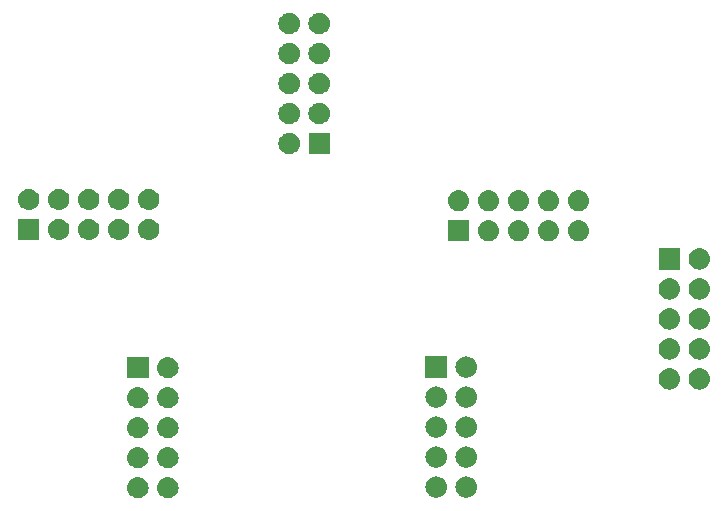
<source format=gbr>
G04 #@! TF.GenerationSoftware,KiCad,Pcbnew,5.0.2-bee76a0~70~ubuntu18.10.1*
G04 #@! TF.CreationDate,2019-05-27T17:13:18+10:00*
G04 #@! TF.ProjectId,mult,6d756c74-2e6b-4696-9361-645f70636258,rev?*
G04 #@! TF.SameCoordinates,Original*
G04 #@! TF.FileFunction,Soldermask,Top*
G04 #@! TF.FilePolarity,Negative*
%FSLAX46Y46*%
G04 Gerber Fmt 4.6, Leading zero omitted, Abs format (unit mm)*
G04 Created by KiCad (PCBNEW 5.0.2-bee76a0~70~ubuntu18.10.1) date Mon 27 May 2019 17:13:18 AEST*
%MOMM*%
%LPD*%
G01*
G04 APERTURE LIST*
%ADD10C,0.100000*%
G04 APERTURE END LIST*
D10*
G36*
X51600443Y-77365519D02*
X51666627Y-77372037D01*
X51779853Y-77406384D01*
X51836467Y-77423557D01*
X51975087Y-77497652D01*
X51992991Y-77507222D01*
X52028729Y-77536552D01*
X52130186Y-77619814D01*
X52213448Y-77721271D01*
X52242778Y-77757009D01*
X52242779Y-77757011D01*
X52326443Y-77913533D01*
X52326443Y-77913534D01*
X52377963Y-78083373D01*
X52395359Y-78260000D01*
X52377963Y-78436627D01*
X52343616Y-78549853D01*
X52326443Y-78606467D01*
X52269505Y-78712989D01*
X52242778Y-78762991D01*
X52213448Y-78798729D01*
X52130186Y-78900186D01*
X52053916Y-78962778D01*
X51992991Y-79012778D01*
X51992989Y-79012779D01*
X51836467Y-79096443D01*
X51788478Y-79111000D01*
X51666627Y-79147963D01*
X51600443Y-79154481D01*
X51534260Y-79161000D01*
X51445740Y-79161000D01*
X51379557Y-79154481D01*
X51313373Y-79147963D01*
X51191522Y-79111000D01*
X51143533Y-79096443D01*
X50987011Y-79012779D01*
X50987009Y-79012778D01*
X50926084Y-78962778D01*
X50849814Y-78900186D01*
X50766552Y-78798729D01*
X50737222Y-78762991D01*
X50710495Y-78712989D01*
X50653557Y-78606467D01*
X50636384Y-78549853D01*
X50602037Y-78436627D01*
X50584641Y-78260000D01*
X50602037Y-78083373D01*
X50653557Y-77913534D01*
X50653557Y-77913533D01*
X50737221Y-77757011D01*
X50737222Y-77757009D01*
X50766552Y-77721271D01*
X50849814Y-77619814D01*
X50951271Y-77536552D01*
X50987009Y-77507222D01*
X51004913Y-77497652D01*
X51143533Y-77423557D01*
X51200147Y-77406384D01*
X51313373Y-77372037D01*
X51379557Y-77365519D01*
X51445740Y-77359000D01*
X51534260Y-77359000D01*
X51600443Y-77365519D01*
X51600443Y-77365519D01*
G37*
G36*
X49060443Y-77365519D02*
X49126627Y-77372037D01*
X49239853Y-77406384D01*
X49296467Y-77423557D01*
X49435087Y-77497652D01*
X49452991Y-77507222D01*
X49488729Y-77536552D01*
X49590186Y-77619814D01*
X49673448Y-77721271D01*
X49702778Y-77757009D01*
X49702779Y-77757011D01*
X49786443Y-77913533D01*
X49786443Y-77913534D01*
X49837963Y-78083373D01*
X49855359Y-78260000D01*
X49837963Y-78436627D01*
X49803616Y-78549853D01*
X49786443Y-78606467D01*
X49729505Y-78712989D01*
X49702778Y-78762991D01*
X49673448Y-78798729D01*
X49590186Y-78900186D01*
X49513916Y-78962778D01*
X49452991Y-79012778D01*
X49452989Y-79012779D01*
X49296467Y-79096443D01*
X49248478Y-79111000D01*
X49126627Y-79147963D01*
X49060443Y-79154481D01*
X48994260Y-79161000D01*
X48905740Y-79161000D01*
X48839557Y-79154481D01*
X48773373Y-79147963D01*
X48651522Y-79111000D01*
X48603533Y-79096443D01*
X48447011Y-79012779D01*
X48447009Y-79012778D01*
X48386084Y-78962778D01*
X48309814Y-78900186D01*
X48226552Y-78798729D01*
X48197222Y-78762991D01*
X48170495Y-78712989D01*
X48113557Y-78606467D01*
X48096384Y-78549853D01*
X48062037Y-78436627D01*
X48044641Y-78260000D01*
X48062037Y-78083373D01*
X48113557Y-77913534D01*
X48113557Y-77913533D01*
X48197221Y-77757011D01*
X48197222Y-77757009D01*
X48226552Y-77721271D01*
X48309814Y-77619814D01*
X48411271Y-77536552D01*
X48447009Y-77507222D01*
X48464913Y-77497652D01*
X48603533Y-77423557D01*
X48660147Y-77406384D01*
X48773373Y-77372037D01*
X48839557Y-77365519D01*
X48905740Y-77359000D01*
X48994260Y-77359000D01*
X49060443Y-77365519D01*
X49060443Y-77365519D01*
G37*
G36*
X74310442Y-77315518D02*
X74376627Y-77322037D01*
X74489853Y-77356384D01*
X74546467Y-77373557D01*
X74640009Y-77423557D01*
X74702991Y-77457222D01*
X74738729Y-77486552D01*
X74840186Y-77569814D01*
X74923448Y-77671271D01*
X74952778Y-77707009D01*
X74952779Y-77707011D01*
X75036443Y-77863533D01*
X75036443Y-77863534D01*
X75087963Y-78033373D01*
X75105359Y-78210000D01*
X75087963Y-78386627D01*
X75053616Y-78499853D01*
X75036443Y-78556467D01*
X75009717Y-78606467D01*
X74952778Y-78712991D01*
X74923448Y-78748729D01*
X74840186Y-78850186D01*
X74738729Y-78933448D01*
X74702991Y-78962778D01*
X74702989Y-78962779D01*
X74546467Y-79046443D01*
X74489853Y-79063616D01*
X74376627Y-79097963D01*
X74310443Y-79104481D01*
X74244260Y-79111000D01*
X74155740Y-79111000D01*
X74089557Y-79104481D01*
X74023373Y-79097963D01*
X73910147Y-79063616D01*
X73853533Y-79046443D01*
X73697011Y-78962779D01*
X73697009Y-78962778D01*
X73661271Y-78933448D01*
X73559814Y-78850186D01*
X73476552Y-78748729D01*
X73447222Y-78712991D01*
X73390283Y-78606467D01*
X73363557Y-78556467D01*
X73346384Y-78499853D01*
X73312037Y-78386627D01*
X73294641Y-78210000D01*
X73312037Y-78033373D01*
X73363557Y-77863534D01*
X73363557Y-77863533D01*
X73447221Y-77707011D01*
X73447222Y-77707009D01*
X73476552Y-77671271D01*
X73559814Y-77569814D01*
X73661271Y-77486552D01*
X73697009Y-77457222D01*
X73759991Y-77423557D01*
X73853533Y-77373557D01*
X73910147Y-77356384D01*
X74023373Y-77322037D01*
X74089558Y-77315518D01*
X74155740Y-77309000D01*
X74244260Y-77309000D01*
X74310442Y-77315518D01*
X74310442Y-77315518D01*
G37*
G36*
X76850442Y-77315518D02*
X76916627Y-77322037D01*
X77029853Y-77356384D01*
X77086467Y-77373557D01*
X77180009Y-77423557D01*
X77242991Y-77457222D01*
X77278729Y-77486552D01*
X77380186Y-77569814D01*
X77463448Y-77671271D01*
X77492778Y-77707009D01*
X77492779Y-77707011D01*
X77576443Y-77863533D01*
X77576443Y-77863534D01*
X77627963Y-78033373D01*
X77645359Y-78210000D01*
X77627963Y-78386627D01*
X77593616Y-78499853D01*
X77576443Y-78556467D01*
X77549717Y-78606467D01*
X77492778Y-78712991D01*
X77463448Y-78748729D01*
X77380186Y-78850186D01*
X77278729Y-78933448D01*
X77242991Y-78962778D01*
X77242989Y-78962779D01*
X77086467Y-79046443D01*
X77029853Y-79063616D01*
X76916627Y-79097963D01*
X76850443Y-79104481D01*
X76784260Y-79111000D01*
X76695740Y-79111000D01*
X76629557Y-79104481D01*
X76563373Y-79097963D01*
X76450147Y-79063616D01*
X76393533Y-79046443D01*
X76237011Y-78962779D01*
X76237009Y-78962778D01*
X76201271Y-78933448D01*
X76099814Y-78850186D01*
X76016552Y-78748729D01*
X75987222Y-78712991D01*
X75930283Y-78606467D01*
X75903557Y-78556467D01*
X75886384Y-78499853D01*
X75852037Y-78386627D01*
X75834641Y-78210000D01*
X75852037Y-78033373D01*
X75903557Y-77863534D01*
X75903557Y-77863533D01*
X75987221Y-77707011D01*
X75987222Y-77707009D01*
X76016552Y-77671271D01*
X76099814Y-77569814D01*
X76201271Y-77486552D01*
X76237009Y-77457222D01*
X76299991Y-77423557D01*
X76393533Y-77373557D01*
X76450147Y-77356384D01*
X76563373Y-77322037D01*
X76629558Y-77315518D01*
X76695740Y-77309000D01*
X76784260Y-77309000D01*
X76850442Y-77315518D01*
X76850442Y-77315518D01*
G37*
G36*
X49060443Y-74825519D02*
X49126627Y-74832037D01*
X49239853Y-74866384D01*
X49296467Y-74883557D01*
X49435087Y-74957652D01*
X49452991Y-74967222D01*
X49488729Y-74996552D01*
X49590186Y-75079814D01*
X49673448Y-75181271D01*
X49702778Y-75217009D01*
X49702779Y-75217011D01*
X49786443Y-75373533D01*
X49786443Y-75373534D01*
X49837963Y-75543373D01*
X49855359Y-75720000D01*
X49837963Y-75896627D01*
X49803616Y-76009853D01*
X49786443Y-76066467D01*
X49729505Y-76172989D01*
X49702778Y-76222991D01*
X49673448Y-76258729D01*
X49590186Y-76360186D01*
X49513916Y-76422778D01*
X49452991Y-76472778D01*
X49452989Y-76472779D01*
X49296467Y-76556443D01*
X49248478Y-76571000D01*
X49126627Y-76607963D01*
X49060442Y-76614482D01*
X48994260Y-76621000D01*
X48905740Y-76621000D01*
X48839558Y-76614482D01*
X48773373Y-76607963D01*
X48651522Y-76571000D01*
X48603533Y-76556443D01*
X48447011Y-76472779D01*
X48447009Y-76472778D01*
X48386084Y-76422778D01*
X48309814Y-76360186D01*
X48226552Y-76258729D01*
X48197222Y-76222991D01*
X48170495Y-76172989D01*
X48113557Y-76066467D01*
X48096384Y-76009853D01*
X48062037Y-75896627D01*
X48044641Y-75720000D01*
X48062037Y-75543373D01*
X48113557Y-75373534D01*
X48113557Y-75373533D01*
X48197221Y-75217011D01*
X48197222Y-75217009D01*
X48226552Y-75181271D01*
X48309814Y-75079814D01*
X48411271Y-74996552D01*
X48447009Y-74967222D01*
X48464913Y-74957652D01*
X48603533Y-74883557D01*
X48660147Y-74866384D01*
X48773373Y-74832037D01*
X48839557Y-74825519D01*
X48905740Y-74819000D01*
X48994260Y-74819000D01*
X49060443Y-74825519D01*
X49060443Y-74825519D01*
G37*
G36*
X51600443Y-74825519D02*
X51666627Y-74832037D01*
X51779853Y-74866384D01*
X51836467Y-74883557D01*
X51975087Y-74957652D01*
X51992991Y-74967222D01*
X52028729Y-74996552D01*
X52130186Y-75079814D01*
X52213448Y-75181271D01*
X52242778Y-75217009D01*
X52242779Y-75217011D01*
X52326443Y-75373533D01*
X52326443Y-75373534D01*
X52377963Y-75543373D01*
X52395359Y-75720000D01*
X52377963Y-75896627D01*
X52343616Y-76009853D01*
X52326443Y-76066467D01*
X52269505Y-76172989D01*
X52242778Y-76222991D01*
X52213448Y-76258729D01*
X52130186Y-76360186D01*
X52053916Y-76422778D01*
X51992991Y-76472778D01*
X51992989Y-76472779D01*
X51836467Y-76556443D01*
X51788478Y-76571000D01*
X51666627Y-76607963D01*
X51600442Y-76614482D01*
X51534260Y-76621000D01*
X51445740Y-76621000D01*
X51379558Y-76614482D01*
X51313373Y-76607963D01*
X51191522Y-76571000D01*
X51143533Y-76556443D01*
X50987011Y-76472779D01*
X50987009Y-76472778D01*
X50926084Y-76422778D01*
X50849814Y-76360186D01*
X50766552Y-76258729D01*
X50737222Y-76222991D01*
X50710495Y-76172989D01*
X50653557Y-76066467D01*
X50636384Y-76009853D01*
X50602037Y-75896627D01*
X50584641Y-75720000D01*
X50602037Y-75543373D01*
X50653557Y-75373534D01*
X50653557Y-75373533D01*
X50737221Y-75217011D01*
X50737222Y-75217009D01*
X50766552Y-75181271D01*
X50849814Y-75079814D01*
X50951271Y-74996552D01*
X50987009Y-74967222D01*
X51004913Y-74957652D01*
X51143533Y-74883557D01*
X51200147Y-74866384D01*
X51313373Y-74832037D01*
X51379557Y-74825519D01*
X51445740Y-74819000D01*
X51534260Y-74819000D01*
X51600443Y-74825519D01*
X51600443Y-74825519D01*
G37*
G36*
X74310443Y-74775519D02*
X74376627Y-74782037D01*
X74489853Y-74816384D01*
X74546467Y-74833557D01*
X74640009Y-74883557D01*
X74702991Y-74917222D01*
X74738729Y-74946552D01*
X74840186Y-75029814D01*
X74923448Y-75131271D01*
X74952778Y-75167009D01*
X74952779Y-75167011D01*
X75036443Y-75323533D01*
X75036443Y-75323534D01*
X75087963Y-75493373D01*
X75105359Y-75670000D01*
X75087963Y-75846627D01*
X75053616Y-75959853D01*
X75036443Y-76016467D01*
X75009717Y-76066467D01*
X74952778Y-76172991D01*
X74923448Y-76208729D01*
X74840186Y-76310186D01*
X74738729Y-76393448D01*
X74702991Y-76422778D01*
X74702989Y-76422779D01*
X74546467Y-76506443D01*
X74489853Y-76523616D01*
X74376627Y-76557963D01*
X74310442Y-76564482D01*
X74244260Y-76571000D01*
X74155740Y-76571000D01*
X74089558Y-76564482D01*
X74023373Y-76557963D01*
X73910147Y-76523616D01*
X73853533Y-76506443D01*
X73697011Y-76422779D01*
X73697009Y-76422778D01*
X73661271Y-76393448D01*
X73559814Y-76310186D01*
X73476552Y-76208729D01*
X73447222Y-76172991D01*
X73390283Y-76066467D01*
X73363557Y-76016467D01*
X73346384Y-75959853D01*
X73312037Y-75846627D01*
X73294641Y-75670000D01*
X73312037Y-75493373D01*
X73363557Y-75323534D01*
X73363557Y-75323533D01*
X73447221Y-75167011D01*
X73447222Y-75167009D01*
X73476552Y-75131271D01*
X73559814Y-75029814D01*
X73661271Y-74946552D01*
X73697009Y-74917222D01*
X73759991Y-74883557D01*
X73853533Y-74833557D01*
X73910147Y-74816384D01*
X74023373Y-74782037D01*
X74089557Y-74775519D01*
X74155740Y-74769000D01*
X74244260Y-74769000D01*
X74310443Y-74775519D01*
X74310443Y-74775519D01*
G37*
G36*
X76850443Y-74775519D02*
X76916627Y-74782037D01*
X77029853Y-74816384D01*
X77086467Y-74833557D01*
X77180009Y-74883557D01*
X77242991Y-74917222D01*
X77278729Y-74946552D01*
X77380186Y-75029814D01*
X77463448Y-75131271D01*
X77492778Y-75167009D01*
X77492779Y-75167011D01*
X77576443Y-75323533D01*
X77576443Y-75323534D01*
X77627963Y-75493373D01*
X77645359Y-75670000D01*
X77627963Y-75846627D01*
X77593616Y-75959853D01*
X77576443Y-76016467D01*
X77549717Y-76066467D01*
X77492778Y-76172991D01*
X77463448Y-76208729D01*
X77380186Y-76310186D01*
X77278729Y-76393448D01*
X77242991Y-76422778D01*
X77242989Y-76422779D01*
X77086467Y-76506443D01*
X77029853Y-76523616D01*
X76916627Y-76557963D01*
X76850442Y-76564482D01*
X76784260Y-76571000D01*
X76695740Y-76571000D01*
X76629558Y-76564482D01*
X76563373Y-76557963D01*
X76450147Y-76523616D01*
X76393533Y-76506443D01*
X76237011Y-76422779D01*
X76237009Y-76422778D01*
X76201271Y-76393448D01*
X76099814Y-76310186D01*
X76016552Y-76208729D01*
X75987222Y-76172991D01*
X75930283Y-76066467D01*
X75903557Y-76016467D01*
X75886384Y-75959853D01*
X75852037Y-75846627D01*
X75834641Y-75670000D01*
X75852037Y-75493373D01*
X75903557Y-75323534D01*
X75903557Y-75323533D01*
X75987221Y-75167011D01*
X75987222Y-75167009D01*
X76016552Y-75131271D01*
X76099814Y-75029814D01*
X76201271Y-74946552D01*
X76237009Y-74917222D01*
X76299991Y-74883557D01*
X76393533Y-74833557D01*
X76450147Y-74816384D01*
X76563373Y-74782037D01*
X76629557Y-74775519D01*
X76695740Y-74769000D01*
X76784260Y-74769000D01*
X76850443Y-74775519D01*
X76850443Y-74775519D01*
G37*
G36*
X49060442Y-72285518D02*
X49126627Y-72292037D01*
X49239853Y-72326384D01*
X49296467Y-72343557D01*
X49435087Y-72417652D01*
X49452991Y-72427222D01*
X49488729Y-72456552D01*
X49590186Y-72539814D01*
X49673448Y-72641271D01*
X49702778Y-72677009D01*
X49702779Y-72677011D01*
X49786443Y-72833533D01*
X49786443Y-72833534D01*
X49837963Y-73003373D01*
X49855359Y-73180000D01*
X49837963Y-73356627D01*
X49803616Y-73469853D01*
X49786443Y-73526467D01*
X49729505Y-73632989D01*
X49702778Y-73682991D01*
X49673448Y-73718729D01*
X49590186Y-73820186D01*
X49513916Y-73882778D01*
X49452991Y-73932778D01*
X49452989Y-73932779D01*
X49296467Y-74016443D01*
X49248478Y-74031000D01*
X49126627Y-74067963D01*
X49060443Y-74074481D01*
X48994260Y-74081000D01*
X48905740Y-74081000D01*
X48839557Y-74074481D01*
X48773373Y-74067963D01*
X48651522Y-74031000D01*
X48603533Y-74016443D01*
X48447011Y-73932779D01*
X48447009Y-73932778D01*
X48386084Y-73882778D01*
X48309814Y-73820186D01*
X48226552Y-73718729D01*
X48197222Y-73682991D01*
X48170495Y-73632989D01*
X48113557Y-73526467D01*
X48096384Y-73469853D01*
X48062037Y-73356627D01*
X48044641Y-73180000D01*
X48062037Y-73003373D01*
X48113557Y-72833534D01*
X48113557Y-72833533D01*
X48197221Y-72677011D01*
X48197222Y-72677009D01*
X48226552Y-72641271D01*
X48309814Y-72539814D01*
X48411271Y-72456552D01*
X48447009Y-72427222D01*
X48464913Y-72417652D01*
X48603533Y-72343557D01*
X48660147Y-72326384D01*
X48773373Y-72292037D01*
X48839558Y-72285518D01*
X48905740Y-72279000D01*
X48994260Y-72279000D01*
X49060442Y-72285518D01*
X49060442Y-72285518D01*
G37*
G36*
X51600442Y-72285518D02*
X51666627Y-72292037D01*
X51779853Y-72326384D01*
X51836467Y-72343557D01*
X51975087Y-72417652D01*
X51992991Y-72427222D01*
X52028729Y-72456552D01*
X52130186Y-72539814D01*
X52213448Y-72641271D01*
X52242778Y-72677009D01*
X52242779Y-72677011D01*
X52326443Y-72833533D01*
X52326443Y-72833534D01*
X52377963Y-73003373D01*
X52395359Y-73180000D01*
X52377963Y-73356627D01*
X52343616Y-73469853D01*
X52326443Y-73526467D01*
X52269505Y-73632989D01*
X52242778Y-73682991D01*
X52213448Y-73718729D01*
X52130186Y-73820186D01*
X52053916Y-73882778D01*
X51992991Y-73932778D01*
X51992989Y-73932779D01*
X51836467Y-74016443D01*
X51788478Y-74031000D01*
X51666627Y-74067963D01*
X51600443Y-74074481D01*
X51534260Y-74081000D01*
X51445740Y-74081000D01*
X51379557Y-74074481D01*
X51313373Y-74067963D01*
X51191522Y-74031000D01*
X51143533Y-74016443D01*
X50987011Y-73932779D01*
X50987009Y-73932778D01*
X50926084Y-73882778D01*
X50849814Y-73820186D01*
X50766552Y-73718729D01*
X50737222Y-73682991D01*
X50710495Y-73632989D01*
X50653557Y-73526467D01*
X50636384Y-73469853D01*
X50602037Y-73356627D01*
X50584641Y-73180000D01*
X50602037Y-73003373D01*
X50653557Y-72833534D01*
X50653557Y-72833533D01*
X50737221Y-72677011D01*
X50737222Y-72677009D01*
X50766552Y-72641271D01*
X50849814Y-72539814D01*
X50951271Y-72456552D01*
X50987009Y-72427222D01*
X51004913Y-72417652D01*
X51143533Y-72343557D01*
X51200147Y-72326384D01*
X51313373Y-72292037D01*
X51379558Y-72285518D01*
X51445740Y-72279000D01*
X51534260Y-72279000D01*
X51600442Y-72285518D01*
X51600442Y-72285518D01*
G37*
G36*
X74310442Y-72235518D02*
X74376627Y-72242037D01*
X74489853Y-72276384D01*
X74546467Y-72293557D01*
X74640009Y-72343557D01*
X74702991Y-72377222D01*
X74738729Y-72406552D01*
X74840186Y-72489814D01*
X74923448Y-72591271D01*
X74952778Y-72627009D01*
X74952779Y-72627011D01*
X75036443Y-72783533D01*
X75036443Y-72783534D01*
X75087963Y-72953373D01*
X75105359Y-73130000D01*
X75087963Y-73306627D01*
X75053616Y-73419853D01*
X75036443Y-73476467D01*
X75009717Y-73526467D01*
X74952778Y-73632991D01*
X74923448Y-73668729D01*
X74840186Y-73770186D01*
X74738729Y-73853448D01*
X74702991Y-73882778D01*
X74702989Y-73882779D01*
X74546467Y-73966443D01*
X74489853Y-73983616D01*
X74376627Y-74017963D01*
X74310442Y-74024482D01*
X74244260Y-74031000D01*
X74155740Y-74031000D01*
X74089558Y-74024482D01*
X74023373Y-74017963D01*
X73910147Y-73983616D01*
X73853533Y-73966443D01*
X73697011Y-73882779D01*
X73697009Y-73882778D01*
X73661271Y-73853448D01*
X73559814Y-73770186D01*
X73476552Y-73668729D01*
X73447222Y-73632991D01*
X73390283Y-73526467D01*
X73363557Y-73476467D01*
X73346384Y-73419853D01*
X73312037Y-73306627D01*
X73294641Y-73130000D01*
X73312037Y-72953373D01*
X73363557Y-72783534D01*
X73363557Y-72783533D01*
X73447221Y-72627011D01*
X73447222Y-72627009D01*
X73476552Y-72591271D01*
X73559814Y-72489814D01*
X73661271Y-72406552D01*
X73697009Y-72377222D01*
X73759991Y-72343557D01*
X73853533Y-72293557D01*
X73910147Y-72276384D01*
X74023373Y-72242037D01*
X74089558Y-72235518D01*
X74155740Y-72229000D01*
X74244260Y-72229000D01*
X74310442Y-72235518D01*
X74310442Y-72235518D01*
G37*
G36*
X76850442Y-72235518D02*
X76916627Y-72242037D01*
X77029853Y-72276384D01*
X77086467Y-72293557D01*
X77180009Y-72343557D01*
X77242991Y-72377222D01*
X77278729Y-72406552D01*
X77380186Y-72489814D01*
X77463448Y-72591271D01*
X77492778Y-72627009D01*
X77492779Y-72627011D01*
X77576443Y-72783533D01*
X77576443Y-72783534D01*
X77627963Y-72953373D01*
X77645359Y-73130000D01*
X77627963Y-73306627D01*
X77593616Y-73419853D01*
X77576443Y-73476467D01*
X77549717Y-73526467D01*
X77492778Y-73632991D01*
X77463448Y-73668729D01*
X77380186Y-73770186D01*
X77278729Y-73853448D01*
X77242991Y-73882778D01*
X77242989Y-73882779D01*
X77086467Y-73966443D01*
X77029853Y-73983616D01*
X76916627Y-74017963D01*
X76850442Y-74024482D01*
X76784260Y-74031000D01*
X76695740Y-74031000D01*
X76629558Y-74024482D01*
X76563373Y-74017963D01*
X76450147Y-73983616D01*
X76393533Y-73966443D01*
X76237011Y-73882779D01*
X76237009Y-73882778D01*
X76201271Y-73853448D01*
X76099814Y-73770186D01*
X76016552Y-73668729D01*
X75987222Y-73632991D01*
X75930283Y-73526467D01*
X75903557Y-73476467D01*
X75886384Y-73419853D01*
X75852037Y-73306627D01*
X75834641Y-73130000D01*
X75852037Y-72953373D01*
X75903557Y-72783534D01*
X75903557Y-72783533D01*
X75987221Y-72627011D01*
X75987222Y-72627009D01*
X76016552Y-72591271D01*
X76099814Y-72489814D01*
X76201271Y-72406552D01*
X76237009Y-72377222D01*
X76299991Y-72343557D01*
X76393533Y-72293557D01*
X76450147Y-72276384D01*
X76563373Y-72242037D01*
X76629558Y-72235518D01*
X76695740Y-72229000D01*
X76784260Y-72229000D01*
X76850442Y-72235518D01*
X76850442Y-72235518D01*
G37*
G36*
X49060442Y-69745518D02*
X49126627Y-69752037D01*
X49239853Y-69786384D01*
X49296467Y-69803557D01*
X49435087Y-69877652D01*
X49452991Y-69887222D01*
X49488729Y-69916552D01*
X49590186Y-69999814D01*
X49673448Y-70101271D01*
X49702778Y-70137009D01*
X49702779Y-70137011D01*
X49786443Y-70293533D01*
X49786443Y-70293534D01*
X49837963Y-70463373D01*
X49855359Y-70640000D01*
X49837963Y-70816627D01*
X49803616Y-70929853D01*
X49786443Y-70986467D01*
X49729505Y-71092989D01*
X49702778Y-71142991D01*
X49673448Y-71178729D01*
X49590186Y-71280186D01*
X49513916Y-71342778D01*
X49452991Y-71392778D01*
X49452989Y-71392779D01*
X49296467Y-71476443D01*
X49248478Y-71491000D01*
X49126627Y-71527963D01*
X49060442Y-71534482D01*
X48994260Y-71541000D01*
X48905740Y-71541000D01*
X48839558Y-71534482D01*
X48773373Y-71527963D01*
X48651522Y-71491000D01*
X48603533Y-71476443D01*
X48447011Y-71392779D01*
X48447009Y-71392778D01*
X48386084Y-71342778D01*
X48309814Y-71280186D01*
X48226552Y-71178729D01*
X48197222Y-71142991D01*
X48170495Y-71092989D01*
X48113557Y-70986467D01*
X48096384Y-70929853D01*
X48062037Y-70816627D01*
X48044641Y-70640000D01*
X48062037Y-70463373D01*
X48113557Y-70293534D01*
X48113557Y-70293533D01*
X48197221Y-70137011D01*
X48197222Y-70137009D01*
X48226552Y-70101271D01*
X48309814Y-69999814D01*
X48411271Y-69916552D01*
X48447009Y-69887222D01*
X48464913Y-69877652D01*
X48603533Y-69803557D01*
X48660147Y-69786384D01*
X48773373Y-69752037D01*
X48839558Y-69745518D01*
X48905740Y-69739000D01*
X48994260Y-69739000D01*
X49060442Y-69745518D01*
X49060442Y-69745518D01*
G37*
G36*
X51600442Y-69745518D02*
X51666627Y-69752037D01*
X51779853Y-69786384D01*
X51836467Y-69803557D01*
X51975087Y-69877652D01*
X51992991Y-69887222D01*
X52028729Y-69916552D01*
X52130186Y-69999814D01*
X52213448Y-70101271D01*
X52242778Y-70137009D01*
X52242779Y-70137011D01*
X52326443Y-70293533D01*
X52326443Y-70293534D01*
X52377963Y-70463373D01*
X52395359Y-70640000D01*
X52377963Y-70816627D01*
X52343616Y-70929853D01*
X52326443Y-70986467D01*
X52269505Y-71092989D01*
X52242778Y-71142991D01*
X52213448Y-71178729D01*
X52130186Y-71280186D01*
X52053916Y-71342778D01*
X51992991Y-71392778D01*
X51992989Y-71392779D01*
X51836467Y-71476443D01*
X51788478Y-71491000D01*
X51666627Y-71527963D01*
X51600442Y-71534482D01*
X51534260Y-71541000D01*
X51445740Y-71541000D01*
X51379558Y-71534482D01*
X51313373Y-71527963D01*
X51191522Y-71491000D01*
X51143533Y-71476443D01*
X50987011Y-71392779D01*
X50987009Y-71392778D01*
X50926084Y-71342778D01*
X50849814Y-71280186D01*
X50766552Y-71178729D01*
X50737222Y-71142991D01*
X50710495Y-71092989D01*
X50653557Y-70986467D01*
X50636384Y-70929853D01*
X50602037Y-70816627D01*
X50584641Y-70640000D01*
X50602037Y-70463373D01*
X50653557Y-70293534D01*
X50653557Y-70293533D01*
X50737221Y-70137011D01*
X50737222Y-70137009D01*
X50766552Y-70101271D01*
X50849814Y-69999814D01*
X50951271Y-69916552D01*
X50987009Y-69887222D01*
X51004913Y-69877652D01*
X51143533Y-69803557D01*
X51200147Y-69786384D01*
X51313373Y-69752037D01*
X51379558Y-69745518D01*
X51445740Y-69739000D01*
X51534260Y-69739000D01*
X51600442Y-69745518D01*
X51600442Y-69745518D01*
G37*
G36*
X76850442Y-69695518D02*
X76916627Y-69702037D01*
X77029853Y-69736384D01*
X77086467Y-69753557D01*
X77180009Y-69803557D01*
X77242991Y-69837222D01*
X77278729Y-69866552D01*
X77380186Y-69949814D01*
X77463448Y-70051271D01*
X77492778Y-70087009D01*
X77492779Y-70087011D01*
X77576443Y-70243533D01*
X77576443Y-70243534D01*
X77627963Y-70413373D01*
X77645359Y-70590000D01*
X77627963Y-70766627D01*
X77593616Y-70879853D01*
X77576443Y-70936467D01*
X77549717Y-70986467D01*
X77492778Y-71092991D01*
X77463448Y-71128729D01*
X77380186Y-71230186D01*
X77278729Y-71313448D01*
X77242991Y-71342778D01*
X77242989Y-71342779D01*
X77086467Y-71426443D01*
X77029853Y-71443616D01*
X76916627Y-71477963D01*
X76850442Y-71484482D01*
X76784260Y-71491000D01*
X76695740Y-71491000D01*
X76629558Y-71484482D01*
X76563373Y-71477963D01*
X76450147Y-71443616D01*
X76393533Y-71426443D01*
X76237011Y-71342779D01*
X76237009Y-71342778D01*
X76201271Y-71313448D01*
X76099814Y-71230186D01*
X76016552Y-71128729D01*
X75987222Y-71092991D01*
X75930283Y-70986467D01*
X75903557Y-70936467D01*
X75886384Y-70879853D01*
X75852037Y-70766627D01*
X75834641Y-70590000D01*
X75852037Y-70413373D01*
X75903557Y-70243534D01*
X75903557Y-70243533D01*
X75987221Y-70087011D01*
X75987222Y-70087009D01*
X76016552Y-70051271D01*
X76099814Y-69949814D01*
X76201271Y-69866552D01*
X76237009Y-69837222D01*
X76299991Y-69803557D01*
X76393533Y-69753557D01*
X76450147Y-69736384D01*
X76563373Y-69702037D01*
X76629558Y-69695518D01*
X76695740Y-69689000D01*
X76784260Y-69689000D01*
X76850442Y-69695518D01*
X76850442Y-69695518D01*
G37*
G36*
X74310442Y-69695518D02*
X74376627Y-69702037D01*
X74489853Y-69736384D01*
X74546467Y-69753557D01*
X74640009Y-69803557D01*
X74702991Y-69837222D01*
X74738729Y-69866552D01*
X74840186Y-69949814D01*
X74923448Y-70051271D01*
X74952778Y-70087009D01*
X74952779Y-70087011D01*
X75036443Y-70243533D01*
X75036443Y-70243534D01*
X75087963Y-70413373D01*
X75105359Y-70590000D01*
X75087963Y-70766627D01*
X75053616Y-70879853D01*
X75036443Y-70936467D01*
X75009717Y-70986467D01*
X74952778Y-71092991D01*
X74923448Y-71128729D01*
X74840186Y-71230186D01*
X74738729Y-71313448D01*
X74702991Y-71342778D01*
X74702989Y-71342779D01*
X74546467Y-71426443D01*
X74489853Y-71443616D01*
X74376627Y-71477963D01*
X74310442Y-71484482D01*
X74244260Y-71491000D01*
X74155740Y-71491000D01*
X74089558Y-71484482D01*
X74023373Y-71477963D01*
X73910147Y-71443616D01*
X73853533Y-71426443D01*
X73697011Y-71342779D01*
X73697009Y-71342778D01*
X73661271Y-71313448D01*
X73559814Y-71230186D01*
X73476552Y-71128729D01*
X73447222Y-71092991D01*
X73390283Y-70986467D01*
X73363557Y-70936467D01*
X73346384Y-70879853D01*
X73312037Y-70766627D01*
X73294641Y-70590000D01*
X73312037Y-70413373D01*
X73363557Y-70243534D01*
X73363557Y-70243533D01*
X73447221Y-70087011D01*
X73447222Y-70087009D01*
X73476552Y-70051271D01*
X73559814Y-69949814D01*
X73661271Y-69866552D01*
X73697009Y-69837222D01*
X73759991Y-69803557D01*
X73853533Y-69753557D01*
X73910147Y-69736384D01*
X74023373Y-69702037D01*
X74089558Y-69695518D01*
X74155740Y-69689000D01*
X74244260Y-69689000D01*
X74310442Y-69695518D01*
X74310442Y-69695518D01*
G37*
G36*
X94050442Y-68165518D02*
X94116627Y-68172037D01*
X94229853Y-68206384D01*
X94286467Y-68223557D01*
X94425087Y-68297652D01*
X94442991Y-68307222D01*
X94478729Y-68336552D01*
X94580186Y-68419814D01*
X94663448Y-68521271D01*
X94692778Y-68557009D01*
X94692779Y-68557011D01*
X94776443Y-68713533D01*
X94784528Y-68740186D01*
X94827963Y-68883373D01*
X94845359Y-69060000D01*
X94827963Y-69236627D01*
X94793616Y-69349853D01*
X94776443Y-69406467D01*
X94702348Y-69545087D01*
X94692778Y-69562991D01*
X94663448Y-69598729D01*
X94580186Y-69700186D01*
X94478729Y-69783448D01*
X94442991Y-69812778D01*
X94442989Y-69812779D01*
X94286467Y-69896443D01*
X94229853Y-69913616D01*
X94116627Y-69947963D01*
X94050442Y-69954482D01*
X93984260Y-69961000D01*
X93895740Y-69961000D01*
X93829558Y-69954482D01*
X93763373Y-69947963D01*
X93650147Y-69913616D01*
X93593533Y-69896443D01*
X93437011Y-69812779D01*
X93437009Y-69812778D01*
X93401271Y-69783448D01*
X93299814Y-69700186D01*
X93216552Y-69598729D01*
X93187222Y-69562991D01*
X93177652Y-69545087D01*
X93103557Y-69406467D01*
X93086384Y-69349853D01*
X93052037Y-69236627D01*
X93034641Y-69060000D01*
X93052037Y-68883373D01*
X93095472Y-68740186D01*
X93103557Y-68713533D01*
X93187221Y-68557011D01*
X93187222Y-68557009D01*
X93216552Y-68521271D01*
X93299814Y-68419814D01*
X93401271Y-68336552D01*
X93437009Y-68307222D01*
X93454913Y-68297652D01*
X93593533Y-68223557D01*
X93650147Y-68206384D01*
X93763373Y-68172037D01*
X93829558Y-68165518D01*
X93895740Y-68159000D01*
X93984260Y-68159000D01*
X94050442Y-68165518D01*
X94050442Y-68165518D01*
G37*
G36*
X96590442Y-68165518D02*
X96656627Y-68172037D01*
X96769853Y-68206384D01*
X96826467Y-68223557D01*
X96965087Y-68297652D01*
X96982991Y-68307222D01*
X97018729Y-68336552D01*
X97120186Y-68419814D01*
X97203448Y-68521271D01*
X97232778Y-68557009D01*
X97232779Y-68557011D01*
X97316443Y-68713533D01*
X97324528Y-68740186D01*
X97367963Y-68883373D01*
X97385359Y-69060000D01*
X97367963Y-69236627D01*
X97333616Y-69349853D01*
X97316443Y-69406467D01*
X97242348Y-69545087D01*
X97232778Y-69562991D01*
X97203448Y-69598729D01*
X97120186Y-69700186D01*
X97018729Y-69783448D01*
X96982991Y-69812778D01*
X96982989Y-69812779D01*
X96826467Y-69896443D01*
X96769853Y-69913616D01*
X96656627Y-69947963D01*
X96590442Y-69954482D01*
X96524260Y-69961000D01*
X96435740Y-69961000D01*
X96369558Y-69954482D01*
X96303373Y-69947963D01*
X96190147Y-69913616D01*
X96133533Y-69896443D01*
X95977011Y-69812779D01*
X95977009Y-69812778D01*
X95941271Y-69783448D01*
X95839814Y-69700186D01*
X95756552Y-69598729D01*
X95727222Y-69562991D01*
X95717652Y-69545087D01*
X95643557Y-69406467D01*
X95626384Y-69349853D01*
X95592037Y-69236627D01*
X95574641Y-69060000D01*
X95592037Y-68883373D01*
X95635472Y-68740186D01*
X95643557Y-68713533D01*
X95727221Y-68557011D01*
X95727222Y-68557009D01*
X95756552Y-68521271D01*
X95839814Y-68419814D01*
X95941271Y-68336552D01*
X95977009Y-68307222D01*
X95994913Y-68297652D01*
X96133533Y-68223557D01*
X96190147Y-68206384D01*
X96303373Y-68172037D01*
X96369558Y-68165518D01*
X96435740Y-68159000D01*
X96524260Y-68159000D01*
X96590442Y-68165518D01*
X96590442Y-68165518D01*
G37*
G36*
X51600443Y-67205519D02*
X51666627Y-67212037D01*
X51779853Y-67246384D01*
X51836467Y-67263557D01*
X51975087Y-67337652D01*
X51992991Y-67347222D01*
X52028729Y-67376552D01*
X52130186Y-67459814D01*
X52213448Y-67561271D01*
X52242778Y-67597009D01*
X52242779Y-67597011D01*
X52326443Y-67753533D01*
X52326443Y-67753534D01*
X52377963Y-67923373D01*
X52395359Y-68100000D01*
X52377963Y-68276627D01*
X52368682Y-68307221D01*
X52326443Y-68446467D01*
X52269505Y-68552989D01*
X52242778Y-68602991D01*
X52213448Y-68638729D01*
X52130186Y-68740186D01*
X52053916Y-68802778D01*
X51992991Y-68852778D01*
X51992989Y-68852779D01*
X51836467Y-68936443D01*
X51788478Y-68951000D01*
X51666627Y-68987963D01*
X51600443Y-68994481D01*
X51534260Y-69001000D01*
X51445740Y-69001000D01*
X51379557Y-68994481D01*
X51313373Y-68987963D01*
X51191522Y-68951000D01*
X51143533Y-68936443D01*
X50987011Y-68852779D01*
X50987009Y-68852778D01*
X50926084Y-68802778D01*
X50849814Y-68740186D01*
X50766552Y-68638729D01*
X50737222Y-68602991D01*
X50710495Y-68552989D01*
X50653557Y-68446467D01*
X50611318Y-68307221D01*
X50602037Y-68276627D01*
X50584641Y-68100000D01*
X50602037Y-67923373D01*
X50653557Y-67753534D01*
X50653557Y-67753533D01*
X50737221Y-67597011D01*
X50737222Y-67597009D01*
X50766552Y-67561271D01*
X50849814Y-67459814D01*
X50951271Y-67376552D01*
X50987009Y-67347222D01*
X51004913Y-67337652D01*
X51143533Y-67263557D01*
X51200147Y-67246384D01*
X51313373Y-67212037D01*
X51379557Y-67205519D01*
X51445740Y-67199000D01*
X51534260Y-67199000D01*
X51600443Y-67205519D01*
X51600443Y-67205519D01*
G37*
G36*
X49851000Y-69001000D02*
X48049000Y-69001000D01*
X48049000Y-67199000D01*
X49851000Y-67199000D01*
X49851000Y-69001000D01*
X49851000Y-69001000D01*
G37*
G36*
X75101000Y-68951000D02*
X73299000Y-68951000D01*
X73299000Y-67149000D01*
X75101000Y-67149000D01*
X75101000Y-68951000D01*
X75101000Y-68951000D01*
G37*
G36*
X76850442Y-67155518D02*
X76916627Y-67162037D01*
X77029853Y-67196384D01*
X77086467Y-67213557D01*
X77180009Y-67263557D01*
X77242991Y-67297222D01*
X77278729Y-67326552D01*
X77380186Y-67409814D01*
X77463448Y-67511271D01*
X77492778Y-67547009D01*
X77492779Y-67547011D01*
X77576443Y-67703533D01*
X77576443Y-67703534D01*
X77627963Y-67873373D01*
X77645359Y-68050000D01*
X77627963Y-68226627D01*
X77603515Y-68307221D01*
X77576443Y-68396467D01*
X77549717Y-68446467D01*
X77492778Y-68552991D01*
X77463448Y-68588729D01*
X77380186Y-68690186D01*
X77278729Y-68773448D01*
X77242991Y-68802778D01*
X77242989Y-68802779D01*
X77086467Y-68886443D01*
X77029853Y-68903616D01*
X76916627Y-68937963D01*
X76850443Y-68944481D01*
X76784260Y-68951000D01*
X76695740Y-68951000D01*
X76629557Y-68944481D01*
X76563373Y-68937963D01*
X76450147Y-68903616D01*
X76393533Y-68886443D01*
X76237011Y-68802779D01*
X76237009Y-68802778D01*
X76201271Y-68773448D01*
X76099814Y-68690186D01*
X76016552Y-68588729D01*
X75987222Y-68552991D01*
X75930283Y-68446467D01*
X75903557Y-68396467D01*
X75876485Y-68307221D01*
X75852037Y-68226627D01*
X75834641Y-68050000D01*
X75852037Y-67873373D01*
X75903557Y-67703534D01*
X75903557Y-67703533D01*
X75987221Y-67547011D01*
X75987222Y-67547009D01*
X76016552Y-67511271D01*
X76099814Y-67409814D01*
X76201271Y-67326552D01*
X76237009Y-67297222D01*
X76299991Y-67263557D01*
X76393533Y-67213557D01*
X76450147Y-67196384D01*
X76563373Y-67162037D01*
X76629558Y-67155518D01*
X76695740Y-67149000D01*
X76784260Y-67149000D01*
X76850442Y-67155518D01*
X76850442Y-67155518D01*
G37*
G36*
X96590443Y-65625519D02*
X96656627Y-65632037D01*
X96769853Y-65666384D01*
X96826467Y-65683557D01*
X96965087Y-65757652D01*
X96982991Y-65767222D01*
X97018729Y-65796552D01*
X97120186Y-65879814D01*
X97203448Y-65981271D01*
X97232778Y-66017009D01*
X97232779Y-66017011D01*
X97316443Y-66173533D01*
X97316443Y-66173534D01*
X97367963Y-66343373D01*
X97385359Y-66520000D01*
X97367963Y-66696627D01*
X97333616Y-66809853D01*
X97316443Y-66866467D01*
X97242348Y-67005087D01*
X97232778Y-67022991D01*
X97203448Y-67058729D01*
X97120186Y-67160186D01*
X97018729Y-67243448D01*
X96982991Y-67272778D01*
X96982989Y-67272779D01*
X96826467Y-67356443D01*
X96769853Y-67373616D01*
X96656627Y-67407963D01*
X96590443Y-67414481D01*
X96524260Y-67421000D01*
X96435740Y-67421000D01*
X96369557Y-67414481D01*
X96303373Y-67407963D01*
X96190147Y-67373616D01*
X96133533Y-67356443D01*
X95977011Y-67272779D01*
X95977009Y-67272778D01*
X95941271Y-67243448D01*
X95839814Y-67160186D01*
X95756552Y-67058729D01*
X95727222Y-67022991D01*
X95717652Y-67005087D01*
X95643557Y-66866467D01*
X95626384Y-66809853D01*
X95592037Y-66696627D01*
X95574641Y-66520000D01*
X95592037Y-66343373D01*
X95643557Y-66173534D01*
X95643557Y-66173533D01*
X95727221Y-66017011D01*
X95727222Y-66017009D01*
X95756552Y-65981271D01*
X95839814Y-65879814D01*
X95941271Y-65796552D01*
X95977009Y-65767222D01*
X95994913Y-65757652D01*
X96133533Y-65683557D01*
X96190147Y-65666384D01*
X96303373Y-65632037D01*
X96369557Y-65625519D01*
X96435740Y-65619000D01*
X96524260Y-65619000D01*
X96590443Y-65625519D01*
X96590443Y-65625519D01*
G37*
G36*
X94050443Y-65625519D02*
X94116627Y-65632037D01*
X94229853Y-65666384D01*
X94286467Y-65683557D01*
X94425087Y-65757652D01*
X94442991Y-65767222D01*
X94478729Y-65796552D01*
X94580186Y-65879814D01*
X94663448Y-65981271D01*
X94692778Y-66017009D01*
X94692779Y-66017011D01*
X94776443Y-66173533D01*
X94776443Y-66173534D01*
X94827963Y-66343373D01*
X94845359Y-66520000D01*
X94827963Y-66696627D01*
X94793616Y-66809853D01*
X94776443Y-66866467D01*
X94702348Y-67005087D01*
X94692778Y-67022991D01*
X94663448Y-67058729D01*
X94580186Y-67160186D01*
X94478729Y-67243448D01*
X94442991Y-67272778D01*
X94442989Y-67272779D01*
X94286467Y-67356443D01*
X94229853Y-67373616D01*
X94116627Y-67407963D01*
X94050443Y-67414481D01*
X93984260Y-67421000D01*
X93895740Y-67421000D01*
X93829557Y-67414481D01*
X93763373Y-67407963D01*
X93650147Y-67373616D01*
X93593533Y-67356443D01*
X93437011Y-67272779D01*
X93437009Y-67272778D01*
X93401271Y-67243448D01*
X93299814Y-67160186D01*
X93216552Y-67058729D01*
X93187222Y-67022991D01*
X93177652Y-67005087D01*
X93103557Y-66866467D01*
X93086384Y-66809853D01*
X93052037Y-66696627D01*
X93034641Y-66520000D01*
X93052037Y-66343373D01*
X93103557Y-66173534D01*
X93103557Y-66173533D01*
X93187221Y-66017011D01*
X93187222Y-66017009D01*
X93216552Y-65981271D01*
X93299814Y-65879814D01*
X93401271Y-65796552D01*
X93437009Y-65767222D01*
X93454913Y-65757652D01*
X93593533Y-65683557D01*
X93650147Y-65666384D01*
X93763373Y-65632037D01*
X93829557Y-65625519D01*
X93895740Y-65619000D01*
X93984260Y-65619000D01*
X94050443Y-65625519D01*
X94050443Y-65625519D01*
G37*
G36*
X96590442Y-63085518D02*
X96656627Y-63092037D01*
X96769853Y-63126384D01*
X96826467Y-63143557D01*
X96965087Y-63217652D01*
X96982991Y-63227222D01*
X97018729Y-63256552D01*
X97120186Y-63339814D01*
X97203448Y-63441271D01*
X97232778Y-63477009D01*
X97232779Y-63477011D01*
X97316443Y-63633533D01*
X97316443Y-63633534D01*
X97367963Y-63803373D01*
X97385359Y-63980000D01*
X97367963Y-64156627D01*
X97333616Y-64269853D01*
X97316443Y-64326467D01*
X97242348Y-64465087D01*
X97232778Y-64482991D01*
X97203448Y-64518729D01*
X97120186Y-64620186D01*
X97018729Y-64703448D01*
X96982991Y-64732778D01*
X96982989Y-64732779D01*
X96826467Y-64816443D01*
X96769853Y-64833616D01*
X96656627Y-64867963D01*
X96590443Y-64874481D01*
X96524260Y-64881000D01*
X96435740Y-64881000D01*
X96369557Y-64874481D01*
X96303373Y-64867963D01*
X96190147Y-64833616D01*
X96133533Y-64816443D01*
X95977011Y-64732779D01*
X95977009Y-64732778D01*
X95941271Y-64703448D01*
X95839814Y-64620186D01*
X95756552Y-64518729D01*
X95727222Y-64482991D01*
X95717652Y-64465087D01*
X95643557Y-64326467D01*
X95626384Y-64269853D01*
X95592037Y-64156627D01*
X95574641Y-63980000D01*
X95592037Y-63803373D01*
X95643557Y-63633534D01*
X95643557Y-63633533D01*
X95727221Y-63477011D01*
X95727222Y-63477009D01*
X95756552Y-63441271D01*
X95839814Y-63339814D01*
X95941271Y-63256552D01*
X95977009Y-63227222D01*
X95994913Y-63217652D01*
X96133533Y-63143557D01*
X96190147Y-63126384D01*
X96303373Y-63092037D01*
X96369558Y-63085518D01*
X96435740Y-63079000D01*
X96524260Y-63079000D01*
X96590442Y-63085518D01*
X96590442Y-63085518D01*
G37*
G36*
X94050442Y-63085518D02*
X94116627Y-63092037D01*
X94229853Y-63126384D01*
X94286467Y-63143557D01*
X94425087Y-63217652D01*
X94442991Y-63227222D01*
X94478729Y-63256552D01*
X94580186Y-63339814D01*
X94663448Y-63441271D01*
X94692778Y-63477009D01*
X94692779Y-63477011D01*
X94776443Y-63633533D01*
X94776443Y-63633534D01*
X94827963Y-63803373D01*
X94845359Y-63980000D01*
X94827963Y-64156627D01*
X94793616Y-64269853D01*
X94776443Y-64326467D01*
X94702348Y-64465087D01*
X94692778Y-64482991D01*
X94663448Y-64518729D01*
X94580186Y-64620186D01*
X94478729Y-64703448D01*
X94442991Y-64732778D01*
X94442989Y-64732779D01*
X94286467Y-64816443D01*
X94229853Y-64833616D01*
X94116627Y-64867963D01*
X94050443Y-64874481D01*
X93984260Y-64881000D01*
X93895740Y-64881000D01*
X93829557Y-64874481D01*
X93763373Y-64867963D01*
X93650147Y-64833616D01*
X93593533Y-64816443D01*
X93437011Y-64732779D01*
X93437009Y-64732778D01*
X93401271Y-64703448D01*
X93299814Y-64620186D01*
X93216552Y-64518729D01*
X93187222Y-64482991D01*
X93177652Y-64465087D01*
X93103557Y-64326467D01*
X93086384Y-64269853D01*
X93052037Y-64156627D01*
X93034641Y-63980000D01*
X93052037Y-63803373D01*
X93103557Y-63633534D01*
X93103557Y-63633533D01*
X93187221Y-63477011D01*
X93187222Y-63477009D01*
X93216552Y-63441271D01*
X93299814Y-63339814D01*
X93401271Y-63256552D01*
X93437009Y-63227222D01*
X93454913Y-63217652D01*
X93593533Y-63143557D01*
X93650147Y-63126384D01*
X93763373Y-63092037D01*
X93829558Y-63085518D01*
X93895740Y-63079000D01*
X93984260Y-63079000D01*
X94050442Y-63085518D01*
X94050442Y-63085518D01*
G37*
G36*
X96590443Y-60545519D02*
X96656627Y-60552037D01*
X96769853Y-60586384D01*
X96826467Y-60603557D01*
X96965087Y-60677652D01*
X96982991Y-60687222D01*
X97018729Y-60716552D01*
X97120186Y-60799814D01*
X97203448Y-60901271D01*
X97232778Y-60937009D01*
X97232779Y-60937011D01*
X97316443Y-61093533D01*
X97316443Y-61093534D01*
X97367963Y-61263373D01*
X97385359Y-61440000D01*
X97367963Y-61616627D01*
X97333616Y-61729853D01*
X97316443Y-61786467D01*
X97242348Y-61925087D01*
X97232778Y-61942991D01*
X97203448Y-61978729D01*
X97120186Y-62080186D01*
X97018729Y-62163448D01*
X96982991Y-62192778D01*
X96982989Y-62192779D01*
X96826467Y-62276443D01*
X96769853Y-62293616D01*
X96656627Y-62327963D01*
X96590443Y-62334481D01*
X96524260Y-62341000D01*
X96435740Y-62341000D01*
X96369557Y-62334481D01*
X96303373Y-62327963D01*
X96190147Y-62293616D01*
X96133533Y-62276443D01*
X95977011Y-62192779D01*
X95977009Y-62192778D01*
X95941271Y-62163448D01*
X95839814Y-62080186D01*
X95756552Y-61978729D01*
X95727222Y-61942991D01*
X95717652Y-61925087D01*
X95643557Y-61786467D01*
X95626384Y-61729853D01*
X95592037Y-61616627D01*
X95574641Y-61440000D01*
X95592037Y-61263373D01*
X95643557Y-61093534D01*
X95643557Y-61093533D01*
X95727221Y-60937011D01*
X95727222Y-60937009D01*
X95756552Y-60901271D01*
X95839814Y-60799814D01*
X95941271Y-60716552D01*
X95977009Y-60687222D01*
X95994913Y-60677652D01*
X96133533Y-60603557D01*
X96190147Y-60586384D01*
X96303373Y-60552037D01*
X96369557Y-60545519D01*
X96435740Y-60539000D01*
X96524260Y-60539000D01*
X96590443Y-60545519D01*
X96590443Y-60545519D01*
G37*
G36*
X94050443Y-60545519D02*
X94116627Y-60552037D01*
X94229853Y-60586384D01*
X94286467Y-60603557D01*
X94425087Y-60677652D01*
X94442991Y-60687222D01*
X94478729Y-60716552D01*
X94580186Y-60799814D01*
X94663448Y-60901271D01*
X94692778Y-60937009D01*
X94692779Y-60937011D01*
X94776443Y-61093533D01*
X94776443Y-61093534D01*
X94827963Y-61263373D01*
X94845359Y-61440000D01*
X94827963Y-61616627D01*
X94793616Y-61729853D01*
X94776443Y-61786467D01*
X94702348Y-61925087D01*
X94692778Y-61942991D01*
X94663448Y-61978729D01*
X94580186Y-62080186D01*
X94478729Y-62163448D01*
X94442991Y-62192778D01*
X94442989Y-62192779D01*
X94286467Y-62276443D01*
X94229853Y-62293616D01*
X94116627Y-62327963D01*
X94050443Y-62334481D01*
X93984260Y-62341000D01*
X93895740Y-62341000D01*
X93829557Y-62334481D01*
X93763373Y-62327963D01*
X93650147Y-62293616D01*
X93593533Y-62276443D01*
X93437011Y-62192779D01*
X93437009Y-62192778D01*
X93401271Y-62163448D01*
X93299814Y-62080186D01*
X93216552Y-61978729D01*
X93187222Y-61942991D01*
X93177652Y-61925087D01*
X93103557Y-61786467D01*
X93086384Y-61729853D01*
X93052037Y-61616627D01*
X93034641Y-61440000D01*
X93052037Y-61263373D01*
X93103557Y-61093534D01*
X93103557Y-61093533D01*
X93187221Y-60937011D01*
X93187222Y-60937009D01*
X93216552Y-60901271D01*
X93299814Y-60799814D01*
X93401271Y-60716552D01*
X93437009Y-60687222D01*
X93454913Y-60677652D01*
X93593533Y-60603557D01*
X93650147Y-60586384D01*
X93763373Y-60552037D01*
X93829557Y-60545519D01*
X93895740Y-60539000D01*
X93984260Y-60539000D01*
X94050443Y-60545519D01*
X94050443Y-60545519D01*
G37*
G36*
X96590442Y-58005518D02*
X96656627Y-58012037D01*
X96769853Y-58046384D01*
X96826467Y-58063557D01*
X96965087Y-58137652D01*
X96982991Y-58147222D01*
X97018729Y-58176552D01*
X97120186Y-58259814D01*
X97203448Y-58361271D01*
X97232778Y-58397009D01*
X97232779Y-58397011D01*
X97316443Y-58553533D01*
X97316443Y-58553534D01*
X97367963Y-58723373D01*
X97385359Y-58900000D01*
X97367963Y-59076627D01*
X97333616Y-59189853D01*
X97316443Y-59246467D01*
X97242348Y-59385087D01*
X97232778Y-59402991D01*
X97203448Y-59438729D01*
X97120186Y-59540186D01*
X97018729Y-59623448D01*
X96982991Y-59652778D01*
X96982989Y-59652779D01*
X96826467Y-59736443D01*
X96769853Y-59753616D01*
X96656627Y-59787963D01*
X96590442Y-59794482D01*
X96524260Y-59801000D01*
X96435740Y-59801000D01*
X96369558Y-59794482D01*
X96303373Y-59787963D01*
X96190147Y-59753616D01*
X96133533Y-59736443D01*
X95977011Y-59652779D01*
X95977009Y-59652778D01*
X95941271Y-59623448D01*
X95839814Y-59540186D01*
X95756552Y-59438729D01*
X95727222Y-59402991D01*
X95717652Y-59385087D01*
X95643557Y-59246467D01*
X95626384Y-59189853D01*
X95592037Y-59076627D01*
X95574641Y-58900000D01*
X95592037Y-58723373D01*
X95643557Y-58553534D01*
X95643557Y-58553533D01*
X95727221Y-58397011D01*
X95727222Y-58397009D01*
X95756552Y-58361271D01*
X95839814Y-58259814D01*
X95941271Y-58176552D01*
X95977009Y-58147222D01*
X95994913Y-58137652D01*
X96133533Y-58063557D01*
X96190147Y-58046384D01*
X96303373Y-58012037D01*
X96369558Y-58005518D01*
X96435740Y-57999000D01*
X96524260Y-57999000D01*
X96590442Y-58005518D01*
X96590442Y-58005518D01*
G37*
G36*
X94841000Y-59801000D02*
X93039000Y-59801000D01*
X93039000Y-57999000D01*
X94841000Y-57999000D01*
X94841000Y-59801000D01*
X94841000Y-59801000D01*
G37*
G36*
X78740442Y-55605518D02*
X78806627Y-55612037D01*
X78919853Y-55646384D01*
X78976467Y-55663557D01*
X79115087Y-55737652D01*
X79132991Y-55747222D01*
X79168729Y-55776552D01*
X79270186Y-55859814D01*
X79353448Y-55961271D01*
X79382778Y-55997009D01*
X79382779Y-55997011D01*
X79466443Y-56153533D01*
X79466443Y-56153534D01*
X79517963Y-56323373D01*
X79535359Y-56500000D01*
X79517963Y-56676627D01*
X79496777Y-56746467D01*
X79466443Y-56846467D01*
X79436231Y-56902989D01*
X79382778Y-57002991D01*
X79353448Y-57038729D01*
X79270186Y-57140186D01*
X79168729Y-57223448D01*
X79132991Y-57252778D01*
X79132989Y-57252779D01*
X78976467Y-57336443D01*
X78919853Y-57353616D01*
X78806627Y-57387963D01*
X78740443Y-57394481D01*
X78674260Y-57401000D01*
X78585740Y-57401000D01*
X78519557Y-57394481D01*
X78453373Y-57387963D01*
X78340147Y-57353616D01*
X78283533Y-57336443D01*
X78127011Y-57252779D01*
X78127009Y-57252778D01*
X78091271Y-57223448D01*
X77989814Y-57140186D01*
X77906552Y-57038729D01*
X77877222Y-57002991D01*
X77823769Y-56902989D01*
X77793557Y-56846467D01*
X77763223Y-56746467D01*
X77742037Y-56676627D01*
X77724641Y-56500000D01*
X77742037Y-56323373D01*
X77793557Y-56153534D01*
X77793557Y-56153533D01*
X77877221Y-55997011D01*
X77877222Y-55997009D01*
X77906552Y-55961271D01*
X77989814Y-55859814D01*
X78091271Y-55776552D01*
X78127009Y-55747222D01*
X78144913Y-55737652D01*
X78283533Y-55663557D01*
X78340147Y-55646384D01*
X78453373Y-55612037D01*
X78519558Y-55605518D01*
X78585740Y-55599000D01*
X78674260Y-55599000D01*
X78740442Y-55605518D01*
X78740442Y-55605518D01*
G37*
G36*
X83820442Y-55605518D02*
X83886627Y-55612037D01*
X83999853Y-55646384D01*
X84056467Y-55663557D01*
X84195087Y-55737652D01*
X84212991Y-55747222D01*
X84248729Y-55776552D01*
X84350186Y-55859814D01*
X84433448Y-55961271D01*
X84462778Y-55997009D01*
X84462779Y-55997011D01*
X84546443Y-56153533D01*
X84546443Y-56153534D01*
X84597963Y-56323373D01*
X84615359Y-56500000D01*
X84597963Y-56676627D01*
X84576777Y-56746467D01*
X84546443Y-56846467D01*
X84516231Y-56902989D01*
X84462778Y-57002991D01*
X84433448Y-57038729D01*
X84350186Y-57140186D01*
X84248729Y-57223448D01*
X84212991Y-57252778D01*
X84212989Y-57252779D01*
X84056467Y-57336443D01*
X83999853Y-57353616D01*
X83886627Y-57387963D01*
X83820443Y-57394481D01*
X83754260Y-57401000D01*
X83665740Y-57401000D01*
X83599557Y-57394481D01*
X83533373Y-57387963D01*
X83420147Y-57353616D01*
X83363533Y-57336443D01*
X83207011Y-57252779D01*
X83207009Y-57252778D01*
X83171271Y-57223448D01*
X83069814Y-57140186D01*
X82986552Y-57038729D01*
X82957222Y-57002991D01*
X82903769Y-56902989D01*
X82873557Y-56846467D01*
X82843223Y-56746467D01*
X82822037Y-56676627D01*
X82804641Y-56500000D01*
X82822037Y-56323373D01*
X82873557Y-56153534D01*
X82873557Y-56153533D01*
X82957221Y-55997011D01*
X82957222Y-55997009D01*
X82986552Y-55961271D01*
X83069814Y-55859814D01*
X83171271Y-55776552D01*
X83207009Y-55747222D01*
X83224913Y-55737652D01*
X83363533Y-55663557D01*
X83420147Y-55646384D01*
X83533373Y-55612037D01*
X83599558Y-55605518D01*
X83665740Y-55599000D01*
X83754260Y-55599000D01*
X83820442Y-55605518D01*
X83820442Y-55605518D01*
G37*
G36*
X81280442Y-55605518D02*
X81346627Y-55612037D01*
X81459853Y-55646384D01*
X81516467Y-55663557D01*
X81655087Y-55737652D01*
X81672991Y-55747222D01*
X81708729Y-55776552D01*
X81810186Y-55859814D01*
X81893448Y-55961271D01*
X81922778Y-55997009D01*
X81922779Y-55997011D01*
X82006443Y-56153533D01*
X82006443Y-56153534D01*
X82057963Y-56323373D01*
X82075359Y-56500000D01*
X82057963Y-56676627D01*
X82036777Y-56746467D01*
X82006443Y-56846467D01*
X81976231Y-56902989D01*
X81922778Y-57002991D01*
X81893448Y-57038729D01*
X81810186Y-57140186D01*
X81708729Y-57223448D01*
X81672991Y-57252778D01*
X81672989Y-57252779D01*
X81516467Y-57336443D01*
X81459853Y-57353616D01*
X81346627Y-57387963D01*
X81280443Y-57394481D01*
X81214260Y-57401000D01*
X81125740Y-57401000D01*
X81059557Y-57394481D01*
X80993373Y-57387963D01*
X80880147Y-57353616D01*
X80823533Y-57336443D01*
X80667011Y-57252779D01*
X80667009Y-57252778D01*
X80631271Y-57223448D01*
X80529814Y-57140186D01*
X80446552Y-57038729D01*
X80417222Y-57002991D01*
X80363769Y-56902989D01*
X80333557Y-56846467D01*
X80303223Y-56746467D01*
X80282037Y-56676627D01*
X80264641Y-56500000D01*
X80282037Y-56323373D01*
X80333557Y-56153534D01*
X80333557Y-56153533D01*
X80417221Y-55997011D01*
X80417222Y-55997009D01*
X80446552Y-55961271D01*
X80529814Y-55859814D01*
X80631271Y-55776552D01*
X80667009Y-55747222D01*
X80684913Y-55737652D01*
X80823533Y-55663557D01*
X80880147Y-55646384D01*
X80993373Y-55612037D01*
X81059558Y-55605518D01*
X81125740Y-55599000D01*
X81214260Y-55599000D01*
X81280442Y-55605518D01*
X81280442Y-55605518D01*
G37*
G36*
X86360442Y-55605518D02*
X86426627Y-55612037D01*
X86539853Y-55646384D01*
X86596467Y-55663557D01*
X86735087Y-55737652D01*
X86752991Y-55747222D01*
X86788729Y-55776552D01*
X86890186Y-55859814D01*
X86973448Y-55961271D01*
X87002778Y-55997009D01*
X87002779Y-55997011D01*
X87086443Y-56153533D01*
X87086443Y-56153534D01*
X87137963Y-56323373D01*
X87155359Y-56500000D01*
X87137963Y-56676627D01*
X87116777Y-56746467D01*
X87086443Y-56846467D01*
X87056231Y-56902989D01*
X87002778Y-57002991D01*
X86973448Y-57038729D01*
X86890186Y-57140186D01*
X86788729Y-57223448D01*
X86752991Y-57252778D01*
X86752989Y-57252779D01*
X86596467Y-57336443D01*
X86539853Y-57353616D01*
X86426627Y-57387963D01*
X86360443Y-57394481D01*
X86294260Y-57401000D01*
X86205740Y-57401000D01*
X86139557Y-57394481D01*
X86073373Y-57387963D01*
X85960147Y-57353616D01*
X85903533Y-57336443D01*
X85747011Y-57252779D01*
X85747009Y-57252778D01*
X85711271Y-57223448D01*
X85609814Y-57140186D01*
X85526552Y-57038729D01*
X85497222Y-57002991D01*
X85443769Y-56902989D01*
X85413557Y-56846467D01*
X85383223Y-56746467D01*
X85362037Y-56676627D01*
X85344641Y-56500000D01*
X85362037Y-56323373D01*
X85413557Y-56153534D01*
X85413557Y-56153533D01*
X85497221Y-55997011D01*
X85497222Y-55997009D01*
X85526552Y-55961271D01*
X85609814Y-55859814D01*
X85711271Y-55776552D01*
X85747009Y-55747222D01*
X85764913Y-55737652D01*
X85903533Y-55663557D01*
X85960147Y-55646384D01*
X86073373Y-55612037D01*
X86139558Y-55605518D01*
X86205740Y-55599000D01*
X86294260Y-55599000D01*
X86360442Y-55605518D01*
X86360442Y-55605518D01*
G37*
G36*
X76991000Y-57401000D02*
X75189000Y-57401000D01*
X75189000Y-55599000D01*
X76991000Y-55599000D01*
X76991000Y-57401000D01*
X76991000Y-57401000D01*
G37*
G36*
X49970443Y-55505519D02*
X50036627Y-55512037D01*
X50149853Y-55546384D01*
X50206467Y-55563557D01*
X50272775Y-55599000D01*
X50362991Y-55647222D01*
X50382895Y-55663557D01*
X50500186Y-55759814D01*
X50582253Y-55859814D01*
X50612778Y-55897009D01*
X50612779Y-55897011D01*
X50696443Y-56053533D01*
X50696443Y-56053534D01*
X50747963Y-56223373D01*
X50765359Y-56400000D01*
X50747963Y-56576627D01*
X50717629Y-56676625D01*
X50696443Y-56746467D01*
X50642991Y-56846467D01*
X50612778Y-56902991D01*
X50583448Y-56938729D01*
X50500186Y-57040186D01*
X50398729Y-57123448D01*
X50362991Y-57152778D01*
X50362989Y-57152779D01*
X50206467Y-57236443D01*
X50152617Y-57252778D01*
X50036627Y-57287963D01*
X49970443Y-57294481D01*
X49904260Y-57301000D01*
X49815740Y-57301000D01*
X49749557Y-57294481D01*
X49683373Y-57287963D01*
X49567383Y-57252778D01*
X49513533Y-57236443D01*
X49357011Y-57152779D01*
X49357009Y-57152778D01*
X49321271Y-57123448D01*
X49219814Y-57040186D01*
X49136552Y-56938729D01*
X49107222Y-56902991D01*
X49077009Y-56846467D01*
X49023557Y-56746467D01*
X49002371Y-56676625D01*
X48972037Y-56576627D01*
X48954641Y-56400000D01*
X48972037Y-56223373D01*
X49023557Y-56053534D01*
X49023557Y-56053533D01*
X49107221Y-55897011D01*
X49107222Y-55897009D01*
X49137747Y-55859814D01*
X49219814Y-55759814D01*
X49337105Y-55663557D01*
X49357009Y-55647222D01*
X49447225Y-55599000D01*
X49513533Y-55563557D01*
X49570147Y-55546384D01*
X49683373Y-55512037D01*
X49749557Y-55505519D01*
X49815740Y-55499000D01*
X49904260Y-55499000D01*
X49970443Y-55505519D01*
X49970443Y-55505519D01*
G37*
G36*
X40601000Y-57301000D02*
X38799000Y-57301000D01*
X38799000Y-55499000D01*
X40601000Y-55499000D01*
X40601000Y-57301000D01*
X40601000Y-57301000D01*
G37*
G36*
X42350443Y-55505519D02*
X42416627Y-55512037D01*
X42529853Y-55546384D01*
X42586467Y-55563557D01*
X42652775Y-55599000D01*
X42742991Y-55647222D01*
X42762895Y-55663557D01*
X42880186Y-55759814D01*
X42962253Y-55859814D01*
X42992778Y-55897009D01*
X42992779Y-55897011D01*
X43076443Y-56053533D01*
X43076443Y-56053534D01*
X43127963Y-56223373D01*
X43145359Y-56400000D01*
X43127963Y-56576627D01*
X43097629Y-56676625D01*
X43076443Y-56746467D01*
X43022991Y-56846467D01*
X42992778Y-56902991D01*
X42963448Y-56938729D01*
X42880186Y-57040186D01*
X42778729Y-57123448D01*
X42742991Y-57152778D01*
X42742989Y-57152779D01*
X42586467Y-57236443D01*
X42532617Y-57252778D01*
X42416627Y-57287963D01*
X42350443Y-57294481D01*
X42284260Y-57301000D01*
X42195740Y-57301000D01*
X42129557Y-57294481D01*
X42063373Y-57287963D01*
X41947383Y-57252778D01*
X41893533Y-57236443D01*
X41737011Y-57152779D01*
X41737009Y-57152778D01*
X41701271Y-57123448D01*
X41599814Y-57040186D01*
X41516552Y-56938729D01*
X41487222Y-56902991D01*
X41457009Y-56846467D01*
X41403557Y-56746467D01*
X41382371Y-56676625D01*
X41352037Y-56576627D01*
X41334641Y-56400000D01*
X41352037Y-56223373D01*
X41403557Y-56053534D01*
X41403557Y-56053533D01*
X41487221Y-55897011D01*
X41487222Y-55897009D01*
X41517747Y-55859814D01*
X41599814Y-55759814D01*
X41717105Y-55663557D01*
X41737009Y-55647222D01*
X41827225Y-55599000D01*
X41893533Y-55563557D01*
X41950147Y-55546384D01*
X42063373Y-55512037D01*
X42129557Y-55505519D01*
X42195740Y-55499000D01*
X42284260Y-55499000D01*
X42350443Y-55505519D01*
X42350443Y-55505519D01*
G37*
G36*
X44890443Y-55505519D02*
X44956627Y-55512037D01*
X45069853Y-55546384D01*
X45126467Y-55563557D01*
X45192775Y-55599000D01*
X45282991Y-55647222D01*
X45302895Y-55663557D01*
X45420186Y-55759814D01*
X45502253Y-55859814D01*
X45532778Y-55897009D01*
X45532779Y-55897011D01*
X45616443Y-56053533D01*
X45616443Y-56053534D01*
X45667963Y-56223373D01*
X45685359Y-56400000D01*
X45667963Y-56576627D01*
X45637629Y-56676625D01*
X45616443Y-56746467D01*
X45562991Y-56846467D01*
X45532778Y-56902991D01*
X45503448Y-56938729D01*
X45420186Y-57040186D01*
X45318729Y-57123448D01*
X45282991Y-57152778D01*
X45282989Y-57152779D01*
X45126467Y-57236443D01*
X45072617Y-57252778D01*
X44956627Y-57287963D01*
X44890443Y-57294481D01*
X44824260Y-57301000D01*
X44735740Y-57301000D01*
X44669557Y-57294481D01*
X44603373Y-57287963D01*
X44487383Y-57252778D01*
X44433533Y-57236443D01*
X44277011Y-57152779D01*
X44277009Y-57152778D01*
X44241271Y-57123448D01*
X44139814Y-57040186D01*
X44056552Y-56938729D01*
X44027222Y-56902991D01*
X43997009Y-56846467D01*
X43943557Y-56746467D01*
X43922371Y-56676625D01*
X43892037Y-56576627D01*
X43874641Y-56400000D01*
X43892037Y-56223373D01*
X43943557Y-56053534D01*
X43943557Y-56053533D01*
X44027221Y-55897011D01*
X44027222Y-55897009D01*
X44057747Y-55859814D01*
X44139814Y-55759814D01*
X44257105Y-55663557D01*
X44277009Y-55647222D01*
X44367225Y-55599000D01*
X44433533Y-55563557D01*
X44490147Y-55546384D01*
X44603373Y-55512037D01*
X44669557Y-55505519D01*
X44735740Y-55499000D01*
X44824260Y-55499000D01*
X44890443Y-55505519D01*
X44890443Y-55505519D01*
G37*
G36*
X47430443Y-55505519D02*
X47496627Y-55512037D01*
X47609853Y-55546384D01*
X47666467Y-55563557D01*
X47732775Y-55599000D01*
X47822991Y-55647222D01*
X47842895Y-55663557D01*
X47960186Y-55759814D01*
X48042253Y-55859814D01*
X48072778Y-55897009D01*
X48072779Y-55897011D01*
X48156443Y-56053533D01*
X48156443Y-56053534D01*
X48207963Y-56223373D01*
X48225359Y-56400000D01*
X48207963Y-56576627D01*
X48177629Y-56676625D01*
X48156443Y-56746467D01*
X48102991Y-56846467D01*
X48072778Y-56902991D01*
X48043448Y-56938729D01*
X47960186Y-57040186D01*
X47858729Y-57123448D01*
X47822991Y-57152778D01*
X47822989Y-57152779D01*
X47666467Y-57236443D01*
X47612617Y-57252778D01*
X47496627Y-57287963D01*
X47430443Y-57294481D01*
X47364260Y-57301000D01*
X47275740Y-57301000D01*
X47209557Y-57294481D01*
X47143373Y-57287963D01*
X47027383Y-57252778D01*
X46973533Y-57236443D01*
X46817011Y-57152779D01*
X46817009Y-57152778D01*
X46781271Y-57123448D01*
X46679814Y-57040186D01*
X46596552Y-56938729D01*
X46567222Y-56902991D01*
X46537009Y-56846467D01*
X46483557Y-56746467D01*
X46462371Y-56676625D01*
X46432037Y-56576627D01*
X46414641Y-56400000D01*
X46432037Y-56223373D01*
X46483557Y-56053534D01*
X46483557Y-56053533D01*
X46567221Y-55897011D01*
X46567222Y-55897009D01*
X46597747Y-55859814D01*
X46679814Y-55759814D01*
X46797105Y-55663557D01*
X46817009Y-55647222D01*
X46907225Y-55599000D01*
X46973533Y-55563557D01*
X47030147Y-55546384D01*
X47143373Y-55512037D01*
X47209557Y-55505519D01*
X47275740Y-55499000D01*
X47364260Y-55499000D01*
X47430443Y-55505519D01*
X47430443Y-55505519D01*
G37*
G36*
X81280443Y-53065519D02*
X81346627Y-53072037D01*
X81459853Y-53106384D01*
X81516467Y-53123557D01*
X81655087Y-53197652D01*
X81672991Y-53207222D01*
X81708729Y-53236552D01*
X81810186Y-53319814D01*
X81893448Y-53421271D01*
X81922778Y-53457009D01*
X81922779Y-53457011D01*
X82006443Y-53613533D01*
X82006443Y-53613534D01*
X82057963Y-53783373D01*
X82075359Y-53960000D01*
X82057963Y-54136627D01*
X82036777Y-54206467D01*
X82006443Y-54306467D01*
X81976231Y-54362989D01*
X81922778Y-54462991D01*
X81893448Y-54498729D01*
X81810186Y-54600186D01*
X81708729Y-54683448D01*
X81672991Y-54712778D01*
X81672989Y-54712779D01*
X81516467Y-54796443D01*
X81459853Y-54813616D01*
X81346627Y-54847963D01*
X81280442Y-54854482D01*
X81214260Y-54861000D01*
X81125740Y-54861000D01*
X81059558Y-54854482D01*
X80993373Y-54847963D01*
X80880147Y-54813616D01*
X80823533Y-54796443D01*
X80667011Y-54712779D01*
X80667009Y-54712778D01*
X80631271Y-54683448D01*
X80529814Y-54600186D01*
X80446552Y-54498729D01*
X80417222Y-54462991D01*
X80363769Y-54362989D01*
X80333557Y-54306467D01*
X80303223Y-54206467D01*
X80282037Y-54136627D01*
X80264641Y-53960000D01*
X80282037Y-53783373D01*
X80333557Y-53613534D01*
X80333557Y-53613533D01*
X80417221Y-53457011D01*
X80417222Y-53457009D01*
X80446552Y-53421271D01*
X80529814Y-53319814D01*
X80631271Y-53236552D01*
X80667009Y-53207222D01*
X80684913Y-53197652D01*
X80823533Y-53123557D01*
X80880147Y-53106384D01*
X80993373Y-53072037D01*
X81059557Y-53065519D01*
X81125740Y-53059000D01*
X81214260Y-53059000D01*
X81280443Y-53065519D01*
X81280443Y-53065519D01*
G37*
G36*
X86360443Y-53065519D02*
X86426627Y-53072037D01*
X86539853Y-53106384D01*
X86596467Y-53123557D01*
X86735087Y-53197652D01*
X86752991Y-53207222D01*
X86788729Y-53236552D01*
X86890186Y-53319814D01*
X86973448Y-53421271D01*
X87002778Y-53457009D01*
X87002779Y-53457011D01*
X87086443Y-53613533D01*
X87086443Y-53613534D01*
X87137963Y-53783373D01*
X87155359Y-53960000D01*
X87137963Y-54136627D01*
X87116777Y-54206467D01*
X87086443Y-54306467D01*
X87056231Y-54362989D01*
X87002778Y-54462991D01*
X86973448Y-54498729D01*
X86890186Y-54600186D01*
X86788729Y-54683448D01*
X86752991Y-54712778D01*
X86752989Y-54712779D01*
X86596467Y-54796443D01*
X86539853Y-54813616D01*
X86426627Y-54847963D01*
X86360442Y-54854482D01*
X86294260Y-54861000D01*
X86205740Y-54861000D01*
X86139558Y-54854482D01*
X86073373Y-54847963D01*
X85960147Y-54813616D01*
X85903533Y-54796443D01*
X85747011Y-54712779D01*
X85747009Y-54712778D01*
X85711271Y-54683448D01*
X85609814Y-54600186D01*
X85526552Y-54498729D01*
X85497222Y-54462991D01*
X85443769Y-54362989D01*
X85413557Y-54306467D01*
X85383223Y-54206467D01*
X85362037Y-54136627D01*
X85344641Y-53960000D01*
X85362037Y-53783373D01*
X85413557Y-53613534D01*
X85413557Y-53613533D01*
X85497221Y-53457011D01*
X85497222Y-53457009D01*
X85526552Y-53421271D01*
X85609814Y-53319814D01*
X85711271Y-53236552D01*
X85747009Y-53207222D01*
X85764913Y-53197652D01*
X85903533Y-53123557D01*
X85960147Y-53106384D01*
X86073373Y-53072037D01*
X86139557Y-53065519D01*
X86205740Y-53059000D01*
X86294260Y-53059000D01*
X86360443Y-53065519D01*
X86360443Y-53065519D01*
G37*
G36*
X78740443Y-53065519D02*
X78806627Y-53072037D01*
X78919853Y-53106384D01*
X78976467Y-53123557D01*
X79115087Y-53197652D01*
X79132991Y-53207222D01*
X79168729Y-53236552D01*
X79270186Y-53319814D01*
X79353448Y-53421271D01*
X79382778Y-53457009D01*
X79382779Y-53457011D01*
X79466443Y-53613533D01*
X79466443Y-53613534D01*
X79517963Y-53783373D01*
X79535359Y-53960000D01*
X79517963Y-54136627D01*
X79496777Y-54206467D01*
X79466443Y-54306467D01*
X79436231Y-54362989D01*
X79382778Y-54462991D01*
X79353448Y-54498729D01*
X79270186Y-54600186D01*
X79168729Y-54683448D01*
X79132991Y-54712778D01*
X79132989Y-54712779D01*
X78976467Y-54796443D01*
X78919853Y-54813616D01*
X78806627Y-54847963D01*
X78740442Y-54854482D01*
X78674260Y-54861000D01*
X78585740Y-54861000D01*
X78519558Y-54854482D01*
X78453373Y-54847963D01*
X78340147Y-54813616D01*
X78283533Y-54796443D01*
X78127011Y-54712779D01*
X78127009Y-54712778D01*
X78091271Y-54683448D01*
X77989814Y-54600186D01*
X77906552Y-54498729D01*
X77877222Y-54462991D01*
X77823769Y-54362989D01*
X77793557Y-54306467D01*
X77763223Y-54206467D01*
X77742037Y-54136627D01*
X77724641Y-53960000D01*
X77742037Y-53783373D01*
X77793557Y-53613534D01*
X77793557Y-53613533D01*
X77877221Y-53457011D01*
X77877222Y-53457009D01*
X77906552Y-53421271D01*
X77989814Y-53319814D01*
X78091271Y-53236552D01*
X78127009Y-53207222D01*
X78144913Y-53197652D01*
X78283533Y-53123557D01*
X78340147Y-53106384D01*
X78453373Y-53072037D01*
X78519557Y-53065519D01*
X78585740Y-53059000D01*
X78674260Y-53059000D01*
X78740443Y-53065519D01*
X78740443Y-53065519D01*
G37*
G36*
X83820443Y-53065519D02*
X83886627Y-53072037D01*
X83999853Y-53106384D01*
X84056467Y-53123557D01*
X84195087Y-53197652D01*
X84212991Y-53207222D01*
X84248729Y-53236552D01*
X84350186Y-53319814D01*
X84433448Y-53421271D01*
X84462778Y-53457009D01*
X84462779Y-53457011D01*
X84546443Y-53613533D01*
X84546443Y-53613534D01*
X84597963Y-53783373D01*
X84615359Y-53960000D01*
X84597963Y-54136627D01*
X84576777Y-54206467D01*
X84546443Y-54306467D01*
X84516231Y-54362989D01*
X84462778Y-54462991D01*
X84433448Y-54498729D01*
X84350186Y-54600186D01*
X84248729Y-54683448D01*
X84212991Y-54712778D01*
X84212989Y-54712779D01*
X84056467Y-54796443D01*
X83999853Y-54813616D01*
X83886627Y-54847963D01*
X83820442Y-54854482D01*
X83754260Y-54861000D01*
X83665740Y-54861000D01*
X83599558Y-54854482D01*
X83533373Y-54847963D01*
X83420147Y-54813616D01*
X83363533Y-54796443D01*
X83207011Y-54712779D01*
X83207009Y-54712778D01*
X83171271Y-54683448D01*
X83069814Y-54600186D01*
X82986552Y-54498729D01*
X82957222Y-54462991D01*
X82903769Y-54362989D01*
X82873557Y-54306467D01*
X82843223Y-54206467D01*
X82822037Y-54136627D01*
X82804641Y-53960000D01*
X82822037Y-53783373D01*
X82873557Y-53613534D01*
X82873557Y-53613533D01*
X82957221Y-53457011D01*
X82957222Y-53457009D01*
X82986552Y-53421271D01*
X83069814Y-53319814D01*
X83171271Y-53236552D01*
X83207009Y-53207222D01*
X83224913Y-53197652D01*
X83363533Y-53123557D01*
X83420147Y-53106384D01*
X83533373Y-53072037D01*
X83599557Y-53065519D01*
X83665740Y-53059000D01*
X83754260Y-53059000D01*
X83820443Y-53065519D01*
X83820443Y-53065519D01*
G37*
G36*
X76200443Y-53065519D02*
X76266627Y-53072037D01*
X76379853Y-53106384D01*
X76436467Y-53123557D01*
X76575087Y-53197652D01*
X76592991Y-53207222D01*
X76628729Y-53236552D01*
X76730186Y-53319814D01*
X76813448Y-53421271D01*
X76842778Y-53457009D01*
X76842779Y-53457011D01*
X76926443Y-53613533D01*
X76926443Y-53613534D01*
X76977963Y-53783373D01*
X76995359Y-53960000D01*
X76977963Y-54136627D01*
X76956777Y-54206467D01*
X76926443Y-54306467D01*
X76896231Y-54362989D01*
X76842778Y-54462991D01*
X76813448Y-54498729D01*
X76730186Y-54600186D01*
X76628729Y-54683448D01*
X76592991Y-54712778D01*
X76592989Y-54712779D01*
X76436467Y-54796443D01*
X76379853Y-54813616D01*
X76266627Y-54847963D01*
X76200442Y-54854482D01*
X76134260Y-54861000D01*
X76045740Y-54861000D01*
X75979558Y-54854482D01*
X75913373Y-54847963D01*
X75800147Y-54813616D01*
X75743533Y-54796443D01*
X75587011Y-54712779D01*
X75587009Y-54712778D01*
X75551271Y-54683448D01*
X75449814Y-54600186D01*
X75366552Y-54498729D01*
X75337222Y-54462991D01*
X75283769Y-54362989D01*
X75253557Y-54306467D01*
X75223223Y-54206467D01*
X75202037Y-54136627D01*
X75184641Y-53960000D01*
X75202037Y-53783373D01*
X75253557Y-53613534D01*
X75253557Y-53613533D01*
X75337221Y-53457011D01*
X75337222Y-53457009D01*
X75366552Y-53421271D01*
X75449814Y-53319814D01*
X75551271Y-53236552D01*
X75587009Y-53207222D01*
X75604913Y-53197652D01*
X75743533Y-53123557D01*
X75800147Y-53106384D01*
X75913373Y-53072037D01*
X75979557Y-53065519D01*
X76045740Y-53059000D01*
X76134260Y-53059000D01*
X76200443Y-53065519D01*
X76200443Y-53065519D01*
G37*
G36*
X39810443Y-52965519D02*
X39876627Y-52972037D01*
X39989853Y-53006384D01*
X40046467Y-53023557D01*
X40112775Y-53059000D01*
X40202991Y-53107222D01*
X40222895Y-53123557D01*
X40340186Y-53219814D01*
X40422253Y-53319814D01*
X40452778Y-53357009D01*
X40452779Y-53357011D01*
X40536443Y-53513533D01*
X40536443Y-53513534D01*
X40587963Y-53683373D01*
X40605359Y-53860000D01*
X40587963Y-54036627D01*
X40557629Y-54136625D01*
X40536443Y-54206467D01*
X40482991Y-54306467D01*
X40452778Y-54362991D01*
X40423448Y-54398729D01*
X40340186Y-54500186D01*
X40238729Y-54583448D01*
X40202991Y-54612778D01*
X40202989Y-54612779D01*
X40046467Y-54696443D01*
X39992617Y-54712778D01*
X39876627Y-54747963D01*
X39810442Y-54754482D01*
X39744260Y-54761000D01*
X39655740Y-54761000D01*
X39589558Y-54754482D01*
X39523373Y-54747963D01*
X39407383Y-54712778D01*
X39353533Y-54696443D01*
X39197011Y-54612779D01*
X39197009Y-54612778D01*
X39161271Y-54583448D01*
X39059814Y-54500186D01*
X38976552Y-54398729D01*
X38947222Y-54362991D01*
X38917009Y-54306467D01*
X38863557Y-54206467D01*
X38842371Y-54136625D01*
X38812037Y-54036627D01*
X38794641Y-53860000D01*
X38812037Y-53683373D01*
X38863557Y-53513534D01*
X38863557Y-53513533D01*
X38947221Y-53357011D01*
X38947222Y-53357009D01*
X38977747Y-53319814D01*
X39059814Y-53219814D01*
X39177105Y-53123557D01*
X39197009Y-53107222D01*
X39287225Y-53059000D01*
X39353533Y-53023557D01*
X39410147Y-53006384D01*
X39523373Y-52972037D01*
X39589557Y-52965519D01*
X39655740Y-52959000D01*
X39744260Y-52959000D01*
X39810443Y-52965519D01*
X39810443Y-52965519D01*
G37*
G36*
X49970443Y-52965519D02*
X50036627Y-52972037D01*
X50149853Y-53006384D01*
X50206467Y-53023557D01*
X50272775Y-53059000D01*
X50362991Y-53107222D01*
X50382895Y-53123557D01*
X50500186Y-53219814D01*
X50582253Y-53319814D01*
X50612778Y-53357009D01*
X50612779Y-53357011D01*
X50696443Y-53513533D01*
X50696443Y-53513534D01*
X50747963Y-53683373D01*
X50765359Y-53860000D01*
X50747963Y-54036627D01*
X50717629Y-54136625D01*
X50696443Y-54206467D01*
X50642991Y-54306467D01*
X50612778Y-54362991D01*
X50583448Y-54398729D01*
X50500186Y-54500186D01*
X50398729Y-54583448D01*
X50362991Y-54612778D01*
X50362989Y-54612779D01*
X50206467Y-54696443D01*
X50152617Y-54712778D01*
X50036627Y-54747963D01*
X49970442Y-54754482D01*
X49904260Y-54761000D01*
X49815740Y-54761000D01*
X49749558Y-54754482D01*
X49683373Y-54747963D01*
X49567383Y-54712778D01*
X49513533Y-54696443D01*
X49357011Y-54612779D01*
X49357009Y-54612778D01*
X49321271Y-54583448D01*
X49219814Y-54500186D01*
X49136552Y-54398729D01*
X49107222Y-54362991D01*
X49077009Y-54306467D01*
X49023557Y-54206467D01*
X49002371Y-54136625D01*
X48972037Y-54036627D01*
X48954641Y-53860000D01*
X48972037Y-53683373D01*
X49023557Y-53513534D01*
X49023557Y-53513533D01*
X49107221Y-53357011D01*
X49107222Y-53357009D01*
X49137747Y-53319814D01*
X49219814Y-53219814D01*
X49337105Y-53123557D01*
X49357009Y-53107222D01*
X49447225Y-53059000D01*
X49513533Y-53023557D01*
X49570147Y-53006384D01*
X49683373Y-52972037D01*
X49749557Y-52965519D01*
X49815740Y-52959000D01*
X49904260Y-52959000D01*
X49970443Y-52965519D01*
X49970443Y-52965519D01*
G37*
G36*
X47430443Y-52965519D02*
X47496627Y-52972037D01*
X47609853Y-53006384D01*
X47666467Y-53023557D01*
X47732775Y-53059000D01*
X47822991Y-53107222D01*
X47842895Y-53123557D01*
X47960186Y-53219814D01*
X48042253Y-53319814D01*
X48072778Y-53357009D01*
X48072779Y-53357011D01*
X48156443Y-53513533D01*
X48156443Y-53513534D01*
X48207963Y-53683373D01*
X48225359Y-53860000D01*
X48207963Y-54036627D01*
X48177629Y-54136625D01*
X48156443Y-54206467D01*
X48102991Y-54306467D01*
X48072778Y-54362991D01*
X48043448Y-54398729D01*
X47960186Y-54500186D01*
X47858729Y-54583448D01*
X47822991Y-54612778D01*
X47822989Y-54612779D01*
X47666467Y-54696443D01*
X47612617Y-54712778D01*
X47496627Y-54747963D01*
X47430442Y-54754482D01*
X47364260Y-54761000D01*
X47275740Y-54761000D01*
X47209558Y-54754482D01*
X47143373Y-54747963D01*
X47027383Y-54712778D01*
X46973533Y-54696443D01*
X46817011Y-54612779D01*
X46817009Y-54612778D01*
X46781271Y-54583448D01*
X46679814Y-54500186D01*
X46596552Y-54398729D01*
X46567222Y-54362991D01*
X46537009Y-54306467D01*
X46483557Y-54206467D01*
X46462371Y-54136625D01*
X46432037Y-54036627D01*
X46414641Y-53860000D01*
X46432037Y-53683373D01*
X46483557Y-53513534D01*
X46483557Y-53513533D01*
X46567221Y-53357011D01*
X46567222Y-53357009D01*
X46597747Y-53319814D01*
X46679814Y-53219814D01*
X46797105Y-53123557D01*
X46817009Y-53107222D01*
X46907225Y-53059000D01*
X46973533Y-53023557D01*
X47030147Y-53006384D01*
X47143373Y-52972037D01*
X47209557Y-52965519D01*
X47275740Y-52959000D01*
X47364260Y-52959000D01*
X47430443Y-52965519D01*
X47430443Y-52965519D01*
G37*
G36*
X42350443Y-52965519D02*
X42416627Y-52972037D01*
X42529853Y-53006384D01*
X42586467Y-53023557D01*
X42652775Y-53059000D01*
X42742991Y-53107222D01*
X42762895Y-53123557D01*
X42880186Y-53219814D01*
X42962253Y-53319814D01*
X42992778Y-53357009D01*
X42992779Y-53357011D01*
X43076443Y-53513533D01*
X43076443Y-53513534D01*
X43127963Y-53683373D01*
X43145359Y-53860000D01*
X43127963Y-54036627D01*
X43097629Y-54136625D01*
X43076443Y-54206467D01*
X43022991Y-54306467D01*
X42992778Y-54362991D01*
X42963448Y-54398729D01*
X42880186Y-54500186D01*
X42778729Y-54583448D01*
X42742991Y-54612778D01*
X42742989Y-54612779D01*
X42586467Y-54696443D01*
X42532617Y-54712778D01*
X42416627Y-54747963D01*
X42350442Y-54754482D01*
X42284260Y-54761000D01*
X42195740Y-54761000D01*
X42129558Y-54754482D01*
X42063373Y-54747963D01*
X41947383Y-54712778D01*
X41893533Y-54696443D01*
X41737011Y-54612779D01*
X41737009Y-54612778D01*
X41701271Y-54583448D01*
X41599814Y-54500186D01*
X41516552Y-54398729D01*
X41487222Y-54362991D01*
X41457009Y-54306467D01*
X41403557Y-54206467D01*
X41382371Y-54136625D01*
X41352037Y-54036627D01*
X41334641Y-53860000D01*
X41352037Y-53683373D01*
X41403557Y-53513534D01*
X41403557Y-53513533D01*
X41487221Y-53357011D01*
X41487222Y-53357009D01*
X41517747Y-53319814D01*
X41599814Y-53219814D01*
X41717105Y-53123557D01*
X41737009Y-53107222D01*
X41827225Y-53059000D01*
X41893533Y-53023557D01*
X41950147Y-53006384D01*
X42063373Y-52972037D01*
X42129557Y-52965519D01*
X42195740Y-52959000D01*
X42284260Y-52959000D01*
X42350443Y-52965519D01*
X42350443Y-52965519D01*
G37*
G36*
X44890443Y-52965519D02*
X44956627Y-52972037D01*
X45069853Y-53006384D01*
X45126467Y-53023557D01*
X45192775Y-53059000D01*
X45282991Y-53107222D01*
X45302895Y-53123557D01*
X45420186Y-53219814D01*
X45502253Y-53319814D01*
X45532778Y-53357009D01*
X45532779Y-53357011D01*
X45616443Y-53513533D01*
X45616443Y-53513534D01*
X45667963Y-53683373D01*
X45685359Y-53860000D01*
X45667963Y-54036627D01*
X45637629Y-54136625D01*
X45616443Y-54206467D01*
X45562991Y-54306467D01*
X45532778Y-54362991D01*
X45503448Y-54398729D01*
X45420186Y-54500186D01*
X45318729Y-54583448D01*
X45282991Y-54612778D01*
X45282989Y-54612779D01*
X45126467Y-54696443D01*
X45072617Y-54712778D01*
X44956627Y-54747963D01*
X44890442Y-54754482D01*
X44824260Y-54761000D01*
X44735740Y-54761000D01*
X44669558Y-54754482D01*
X44603373Y-54747963D01*
X44487383Y-54712778D01*
X44433533Y-54696443D01*
X44277011Y-54612779D01*
X44277009Y-54612778D01*
X44241271Y-54583448D01*
X44139814Y-54500186D01*
X44056552Y-54398729D01*
X44027222Y-54362991D01*
X43997009Y-54306467D01*
X43943557Y-54206467D01*
X43922371Y-54136625D01*
X43892037Y-54036627D01*
X43874641Y-53860000D01*
X43892037Y-53683373D01*
X43943557Y-53513534D01*
X43943557Y-53513533D01*
X44027221Y-53357011D01*
X44027222Y-53357009D01*
X44057747Y-53319814D01*
X44139814Y-53219814D01*
X44257105Y-53123557D01*
X44277009Y-53107222D01*
X44367225Y-53059000D01*
X44433533Y-53023557D01*
X44490147Y-53006384D01*
X44603373Y-52972037D01*
X44669557Y-52965519D01*
X44735740Y-52959000D01*
X44824260Y-52959000D01*
X44890443Y-52965519D01*
X44890443Y-52965519D01*
G37*
G36*
X61870442Y-48225518D02*
X61936627Y-48232037D01*
X62049853Y-48266384D01*
X62106467Y-48283557D01*
X62245087Y-48357652D01*
X62262991Y-48367222D01*
X62298729Y-48396552D01*
X62400186Y-48479814D01*
X62483448Y-48581271D01*
X62512778Y-48617009D01*
X62512779Y-48617011D01*
X62596443Y-48773533D01*
X62596443Y-48773534D01*
X62647963Y-48943373D01*
X62665359Y-49120000D01*
X62647963Y-49296627D01*
X62613616Y-49409853D01*
X62596443Y-49466467D01*
X62522348Y-49605087D01*
X62512778Y-49622991D01*
X62483448Y-49658729D01*
X62400186Y-49760186D01*
X62298729Y-49843448D01*
X62262991Y-49872778D01*
X62262989Y-49872779D01*
X62106467Y-49956443D01*
X62049853Y-49973616D01*
X61936627Y-50007963D01*
X61870443Y-50014481D01*
X61804260Y-50021000D01*
X61715740Y-50021000D01*
X61649557Y-50014481D01*
X61583373Y-50007963D01*
X61470147Y-49973616D01*
X61413533Y-49956443D01*
X61257011Y-49872779D01*
X61257009Y-49872778D01*
X61221271Y-49843448D01*
X61119814Y-49760186D01*
X61036552Y-49658729D01*
X61007222Y-49622991D01*
X60997652Y-49605087D01*
X60923557Y-49466467D01*
X60906384Y-49409853D01*
X60872037Y-49296627D01*
X60854641Y-49120000D01*
X60872037Y-48943373D01*
X60923557Y-48773534D01*
X60923557Y-48773533D01*
X61007221Y-48617011D01*
X61007222Y-48617009D01*
X61036552Y-48581271D01*
X61119814Y-48479814D01*
X61221271Y-48396552D01*
X61257009Y-48367222D01*
X61274913Y-48357652D01*
X61413533Y-48283557D01*
X61470147Y-48266384D01*
X61583373Y-48232037D01*
X61649558Y-48225518D01*
X61715740Y-48219000D01*
X61804260Y-48219000D01*
X61870442Y-48225518D01*
X61870442Y-48225518D01*
G37*
G36*
X65201000Y-50021000D02*
X63399000Y-50021000D01*
X63399000Y-48219000D01*
X65201000Y-48219000D01*
X65201000Y-50021000D01*
X65201000Y-50021000D01*
G37*
G36*
X61870443Y-45685519D02*
X61936627Y-45692037D01*
X62049853Y-45726384D01*
X62106467Y-45743557D01*
X62245087Y-45817652D01*
X62262991Y-45827222D01*
X62298729Y-45856552D01*
X62400186Y-45939814D01*
X62483448Y-46041271D01*
X62512778Y-46077009D01*
X62512779Y-46077011D01*
X62596443Y-46233533D01*
X62596443Y-46233534D01*
X62647963Y-46403373D01*
X62665359Y-46580000D01*
X62647963Y-46756627D01*
X62613616Y-46869853D01*
X62596443Y-46926467D01*
X62522348Y-47065087D01*
X62512778Y-47082991D01*
X62483448Y-47118729D01*
X62400186Y-47220186D01*
X62298729Y-47303448D01*
X62262991Y-47332778D01*
X62262989Y-47332779D01*
X62106467Y-47416443D01*
X62049853Y-47433616D01*
X61936627Y-47467963D01*
X61870443Y-47474481D01*
X61804260Y-47481000D01*
X61715740Y-47481000D01*
X61649557Y-47474481D01*
X61583373Y-47467963D01*
X61470147Y-47433616D01*
X61413533Y-47416443D01*
X61257011Y-47332779D01*
X61257009Y-47332778D01*
X61221271Y-47303448D01*
X61119814Y-47220186D01*
X61036552Y-47118729D01*
X61007222Y-47082991D01*
X60997652Y-47065087D01*
X60923557Y-46926467D01*
X60906384Y-46869853D01*
X60872037Y-46756627D01*
X60854641Y-46580000D01*
X60872037Y-46403373D01*
X60923557Y-46233534D01*
X60923557Y-46233533D01*
X61007221Y-46077011D01*
X61007222Y-46077009D01*
X61036552Y-46041271D01*
X61119814Y-45939814D01*
X61221271Y-45856552D01*
X61257009Y-45827222D01*
X61274913Y-45817652D01*
X61413533Y-45743557D01*
X61470147Y-45726384D01*
X61583373Y-45692037D01*
X61649557Y-45685519D01*
X61715740Y-45679000D01*
X61804260Y-45679000D01*
X61870443Y-45685519D01*
X61870443Y-45685519D01*
G37*
G36*
X64410443Y-45685519D02*
X64476627Y-45692037D01*
X64589853Y-45726384D01*
X64646467Y-45743557D01*
X64785087Y-45817652D01*
X64802991Y-45827222D01*
X64838729Y-45856552D01*
X64940186Y-45939814D01*
X65023448Y-46041271D01*
X65052778Y-46077009D01*
X65052779Y-46077011D01*
X65136443Y-46233533D01*
X65136443Y-46233534D01*
X65187963Y-46403373D01*
X65205359Y-46580000D01*
X65187963Y-46756627D01*
X65153616Y-46869853D01*
X65136443Y-46926467D01*
X65062348Y-47065087D01*
X65052778Y-47082991D01*
X65023448Y-47118729D01*
X64940186Y-47220186D01*
X64838729Y-47303448D01*
X64802991Y-47332778D01*
X64802989Y-47332779D01*
X64646467Y-47416443D01*
X64589853Y-47433616D01*
X64476627Y-47467963D01*
X64410443Y-47474481D01*
X64344260Y-47481000D01*
X64255740Y-47481000D01*
X64189557Y-47474481D01*
X64123373Y-47467963D01*
X64010147Y-47433616D01*
X63953533Y-47416443D01*
X63797011Y-47332779D01*
X63797009Y-47332778D01*
X63761271Y-47303448D01*
X63659814Y-47220186D01*
X63576552Y-47118729D01*
X63547222Y-47082991D01*
X63537652Y-47065087D01*
X63463557Y-46926467D01*
X63446384Y-46869853D01*
X63412037Y-46756627D01*
X63394641Y-46580000D01*
X63412037Y-46403373D01*
X63463557Y-46233534D01*
X63463557Y-46233533D01*
X63547221Y-46077011D01*
X63547222Y-46077009D01*
X63576552Y-46041271D01*
X63659814Y-45939814D01*
X63761271Y-45856552D01*
X63797009Y-45827222D01*
X63814913Y-45817652D01*
X63953533Y-45743557D01*
X64010147Y-45726384D01*
X64123373Y-45692037D01*
X64189557Y-45685519D01*
X64255740Y-45679000D01*
X64344260Y-45679000D01*
X64410443Y-45685519D01*
X64410443Y-45685519D01*
G37*
G36*
X61870442Y-43145518D02*
X61936627Y-43152037D01*
X62049853Y-43186384D01*
X62106467Y-43203557D01*
X62245087Y-43277652D01*
X62262991Y-43287222D01*
X62298729Y-43316552D01*
X62400186Y-43399814D01*
X62483448Y-43501271D01*
X62512778Y-43537009D01*
X62512779Y-43537011D01*
X62596443Y-43693533D01*
X62596443Y-43693534D01*
X62647963Y-43863373D01*
X62665359Y-44040000D01*
X62647963Y-44216627D01*
X62613616Y-44329853D01*
X62596443Y-44386467D01*
X62522348Y-44525087D01*
X62512778Y-44542991D01*
X62483448Y-44578729D01*
X62400186Y-44680186D01*
X62298729Y-44763448D01*
X62262991Y-44792778D01*
X62262989Y-44792779D01*
X62106467Y-44876443D01*
X62049853Y-44893616D01*
X61936627Y-44927963D01*
X61870443Y-44934481D01*
X61804260Y-44941000D01*
X61715740Y-44941000D01*
X61649557Y-44934481D01*
X61583373Y-44927963D01*
X61470147Y-44893616D01*
X61413533Y-44876443D01*
X61257011Y-44792779D01*
X61257009Y-44792778D01*
X61221271Y-44763448D01*
X61119814Y-44680186D01*
X61036552Y-44578729D01*
X61007222Y-44542991D01*
X60997652Y-44525087D01*
X60923557Y-44386467D01*
X60906384Y-44329853D01*
X60872037Y-44216627D01*
X60854641Y-44040000D01*
X60872037Y-43863373D01*
X60923557Y-43693534D01*
X60923557Y-43693533D01*
X61007221Y-43537011D01*
X61007222Y-43537009D01*
X61036552Y-43501271D01*
X61119814Y-43399814D01*
X61221271Y-43316552D01*
X61257009Y-43287222D01*
X61274913Y-43277652D01*
X61413533Y-43203557D01*
X61470147Y-43186384D01*
X61583373Y-43152037D01*
X61649558Y-43145518D01*
X61715740Y-43139000D01*
X61804260Y-43139000D01*
X61870442Y-43145518D01*
X61870442Y-43145518D01*
G37*
G36*
X64410442Y-43145518D02*
X64476627Y-43152037D01*
X64589853Y-43186384D01*
X64646467Y-43203557D01*
X64785087Y-43277652D01*
X64802991Y-43287222D01*
X64838729Y-43316552D01*
X64940186Y-43399814D01*
X65023448Y-43501271D01*
X65052778Y-43537009D01*
X65052779Y-43537011D01*
X65136443Y-43693533D01*
X65136443Y-43693534D01*
X65187963Y-43863373D01*
X65205359Y-44040000D01*
X65187963Y-44216627D01*
X65153616Y-44329853D01*
X65136443Y-44386467D01*
X65062348Y-44525087D01*
X65052778Y-44542991D01*
X65023448Y-44578729D01*
X64940186Y-44680186D01*
X64838729Y-44763448D01*
X64802991Y-44792778D01*
X64802989Y-44792779D01*
X64646467Y-44876443D01*
X64589853Y-44893616D01*
X64476627Y-44927963D01*
X64410443Y-44934481D01*
X64344260Y-44941000D01*
X64255740Y-44941000D01*
X64189557Y-44934481D01*
X64123373Y-44927963D01*
X64010147Y-44893616D01*
X63953533Y-44876443D01*
X63797011Y-44792779D01*
X63797009Y-44792778D01*
X63761271Y-44763448D01*
X63659814Y-44680186D01*
X63576552Y-44578729D01*
X63547222Y-44542991D01*
X63537652Y-44525087D01*
X63463557Y-44386467D01*
X63446384Y-44329853D01*
X63412037Y-44216627D01*
X63394641Y-44040000D01*
X63412037Y-43863373D01*
X63463557Y-43693534D01*
X63463557Y-43693533D01*
X63547221Y-43537011D01*
X63547222Y-43537009D01*
X63576552Y-43501271D01*
X63659814Y-43399814D01*
X63761271Y-43316552D01*
X63797009Y-43287222D01*
X63814913Y-43277652D01*
X63953533Y-43203557D01*
X64010147Y-43186384D01*
X64123373Y-43152037D01*
X64189558Y-43145518D01*
X64255740Y-43139000D01*
X64344260Y-43139000D01*
X64410442Y-43145518D01*
X64410442Y-43145518D01*
G37*
G36*
X64410443Y-40605519D02*
X64476627Y-40612037D01*
X64589853Y-40646384D01*
X64646467Y-40663557D01*
X64785087Y-40737652D01*
X64802991Y-40747222D01*
X64838729Y-40776552D01*
X64940186Y-40859814D01*
X65023448Y-40961271D01*
X65052778Y-40997009D01*
X65052779Y-40997011D01*
X65136443Y-41153533D01*
X65136443Y-41153534D01*
X65187963Y-41323373D01*
X65205359Y-41500000D01*
X65187963Y-41676627D01*
X65153616Y-41789853D01*
X65136443Y-41846467D01*
X65062348Y-41985087D01*
X65052778Y-42002991D01*
X65023448Y-42038729D01*
X64940186Y-42140186D01*
X64838729Y-42223448D01*
X64802991Y-42252778D01*
X64802989Y-42252779D01*
X64646467Y-42336443D01*
X64589853Y-42353616D01*
X64476627Y-42387963D01*
X64410443Y-42394481D01*
X64344260Y-42401000D01*
X64255740Y-42401000D01*
X64189557Y-42394481D01*
X64123373Y-42387963D01*
X64010147Y-42353616D01*
X63953533Y-42336443D01*
X63797011Y-42252779D01*
X63797009Y-42252778D01*
X63761271Y-42223448D01*
X63659814Y-42140186D01*
X63576552Y-42038729D01*
X63547222Y-42002991D01*
X63537652Y-41985087D01*
X63463557Y-41846467D01*
X63446384Y-41789853D01*
X63412037Y-41676627D01*
X63394641Y-41500000D01*
X63412037Y-41323373D01*
X63463557Y-41153534D01*
X63463557Y-41153533D01*
X63547221Y-40997011D01*
X63547222Y-40997009D01*
X63576552Y-40961271D01*
X63659814Y-40859814D01*
X63761271Y-40776552D01*
X63797009Y-40747222D01*
X63814913Y-40737652D01*
X63953533Y-40663557D01*
X64010147Y-40646384D01*
X64123373Y-40612037D01*
X64189557Y-40605519D01*
X64255740Y-40599000D01*
X64344260Y-40599000D01*
X64410443Y-40605519D01*
X64410443Y-40605519D01*
G37*
G36*
X61870443Y-40605519D02*
X61936627Y-40612037D01*
X62049853Y-40646384D01*
X62106467Y-40663557D01*
X62245087Y-40737652D01*
X62262991Y-40747222D01*
X62298729Y-40776552D01*
X62400186Y-40859814D01*
X62483448Y-40961271D01*
X62512778Y-40997009D01*
X62512779Y-40997011D01*
X62596443Y-41153533D01*
X62596443Y-41153534D01*
X62647963Y-41323373D01*
X62665359Y-41500000D01*
X62647963Y-41676627D01*
X62613616Y-41789853D01*
X62596443Y-41846467D01*
X62522348Y-41985087D01*
X62512778Y-42002991D01*
X62483448Y-42038729D01*
X62400186Y-42140186D01*
X62298729Y-42223448D01*
X62262991Y-42252778D01*
X62262989Y-42252779D01*
X62106467Y-42336443D01*
X62049853Y-42353616D01*
X61936627Y-42387963D01*
X61870443Y-42394481D01*
X61804260Y-42401000D01*
X61715740Y-42401000D01*
X61649557Y-42394481D01*
X61583373Y-42387963D01*
X61470147Y-42353616D01*
X61413533Y-42336443D01*
X61257011Y-42252779D01*
X61257009Y-42252778D01*
X61221271Y-42223448D01*
X61119814Y-42140186D01*
X61036552Y-42038729D01*
X61007222Y-42002991D01*
X60997652Y-41985087D01*
X60923557Y-41846467D01*
X60906384Y-41789853D01*
X60872037Y-41676627D01*
X60854641Y-41500000D01*
X60872037Y-41323373D01*
X60923557Y-41153534D01*
X60923557Y-41153533D01*
X61007221Y-40997011D01*
X61007222Y-40997009D01*
X61036552Y-40961271D01*
X61119814Y-40859814D01*
X61221271Y-40776552D01*
X61257009Y-40747222D01*
X61274913Y-40737652D01*
X61413533Y-40663557D01*
X61470147Y-40646384D01*
X61583373Y-40612037D01*
X61649557Y-40605519D01*
X61715740Y-40599000D01*
X61804260Y-40599000D01*
X61870443Y-40605519D01*
X61870443Y-40605519D01*
G37*
G36*
X61870442Y-38065518D02*
X61936627Y-38072037D01*
X62049853Y-38106384D01*
X62106467Y-38123557D01*
X62245087Y-38197652D01*
X62262991Y-38207222D01*
X62298729Y-38236552D01*
X62400186Y-38319814D01*
X62483448Y-38421271D01*
X62512778Y-38457009D01*
X62512779Y-38457011D01*
X62596443Y-38613533D01*
X62596443Y-38613534D01*
X62647963Y-38783373D01*
X62665359Y-38960000D01*
X62647963Y-39136627D01*
X62613616Y-39249853D01*
X62596443Y-39306467D01*
X62522348Y-39445087D01*
X62512778Y-39462991D01*
X62483448Y-39498729D01*
X62400186Y-39600186D01*
X62298729Y-39683448D01*
X62262991Y-39712778D01*
X62262989Y-39712779D01*
X62106467Y-39796443D01*
X62049853Y-39813616D01*
X61936627Y-39847963D01*
X61870442Y-39854482D01*
X61804260Y-39861000D01*
X61715740Y-39861000D01*
X61649558Y-39854482D01*
X61583373Y-39847963D01*
X61470147Y-39813616D01*
X61413533Y-39796443D01*
X61257011Y-39712779D01*
X61257009Y-39712778D01*
X61221271Y-39683448D01*
X61119814Y-39600186D01*
X61036552Y-39498729D01*
X61007222Y-39462991D01*
X60997652Y-39445087D01*
X60923557Y-39306467D01*
X60906384Y-39249853D01*
X60872037Y-39136627D01*
X60854641Y-38960000D01*
X60872037Y-38783373D01*
X60923557Y-38613534D01*
X60923557Y-38613533D01*
X61007221Y-38457011D01*
X61007222Y-38457009D01*
X61036552Y-38421271D01*
X61119814Y-38319814D01*
X61221271Y-38236552D01*
X61257009Y-38207222D01*
X61274913Y-38197652D01*
X61413533Y-38123557D01*
X61470147Y-38106384D01*
X61583373Y-38072037D01*
X61649558Y-38065518D01*
X61715740Y-38059000D01*
X61804260Y-38059000D01*
X61870442Y-38065518D01*
X61870442Y-38065518D01*
G37*
G36*
X64410442Y-38065518D02*
X64476627Y-38072037D01*
X64589853Y-38106384D01*
X64646467Y-38123557D01*
X64785087Y-38197652D01*
X64802991Y-38207222D01*
X64838729Y-38236552D01*
X64940186Y-38319814D01*
X65023448Y-38421271D01*
X65052778Y-38457009D01*
X65052779Y-38457011D01*
X65136443Y-38613533D01*
X65136443Y-38613534D01*
X65187963Y-38783373D01*
X65205359Y-38960000D01*
X65187963Y-39136627D01*
X65153616Y-39249853D01*
X65136443Y-39306467D01*
X65062348Y-39445087D01*
X65052778Y-39462991D01*
X65023448Y-39498729D01*
X64940186Y-39600186D01*
X64838729Y-39683448D01*
X64802991Y-39712778D01*
X64802989Y-39712779D01*
X64646467Y-39796443D01*
X64589853Y-39813616D01*
X64476627Y-39847963D01*
X64410442Y-39854482D01*
X64344260Y-39861000D01*
X64255740Y-39861000D01*
X64189558Y-39854482D01*
X64123373Y-39847963D01*
X64010147Y-39813616D01*
X63953533Y-39796443D01*
X63797011Y-39712779D01*
X63797009Y-39712778D01*
X63761271Y-39683448D01*
X63659814Y-39600186D01*
X63576552Y-39498729D01*
X63547222Y-39462991D01*
X63537652Y-39445087D01*
X63463557Y-39306467D01*
X63446384Y-39249853D01*
X63412037Y-39136627D01*
X63394641Y-38960000D01*
X63412037Y-38783373D01*
X63463557Y-38613534D01*
X63463557Y-38613533D01*
X63547221Y-38457011D01*
X63547222Y-38457009D01*
X63576552Y-38421271D01*
X63659814Y-38319814D01*
X63761271Y-38236552D01*
X63797009Y-38207222D01*
X63814913Y-38197652D01*
X63953533Y-38123557D01*
X64010147Y-38106384D01*
X64123373Y-38072037D01*
X64189558Y-38065518D01*
X64255740Y-38059000D01*
X64344260Y-38059000D01*
X64410442Y-38065518D01*
X64410442Y-38065518D01*
G37*
M02*

</source>
